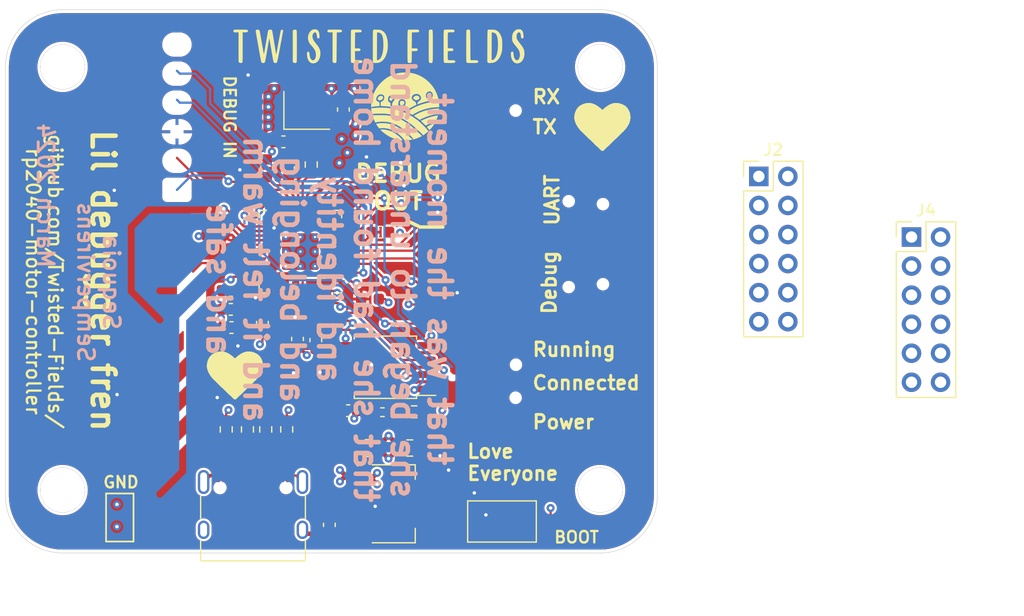
<source format=kicad_pcb>
(kicad_pcb (version 20221018) (generator pcbnew)
  (title_block (title "RP2040 Motor Controller") (date "2020-07-13") (rev "REV1") (company "Twisted Fields, LLC"))
  (layers (0 "F.Cu" signal) (1 "In1.Cu" signal) (2 "In2.Cu" signal) (31 "B.Cu" signal) (34 "B.Paste" user) (35 "F.Paste" user) (36 "B.SilkS" user "B.Silkscreen") (37 "F.SilkS" user "F.Silkscreen") (38 "B.Mask" user) (39 "F.Mask" user) (44 "Edge.Cuts" user))
  (net 0 "")
  (net 1 "GND")
  (net 2 "VBUS")
  (net 3 "+3V3")
  (net 4 "+1V1")
  (net 5 "/GPIO0")
  (net 6 "/GPIO1")
  (net 7 "/VDC_CS")
  (net 8 "/VDC_CLK")
  (net 9 "Net-(C6-Pad1)")
  (net 10 "M1C_PWM_H")
  (net 11 "M1C_PWM_L\\")
  (net 12 "M1B_PWM_H")
  (net 13 "M1B_PWM_L\\")
  (net 14 "M1A_PWM_H")
  (net 15 "M1A_PWM_L\\")
  (net 18 "unconnected-(U3-GPIO12-Pad15)")
  (net 20 "unconnected-(U3-GPIO14-Pad17)")
  (net 21 "Net-(J1-CC1)")
  (net 23 "SWCLK")
  (net 24 "SWD")
  (net 25 "/XIN")
  (net 26 "/USB_D-")
  (net 27 "/USB_D+")
  (net 28 "unconnected-(U3-GPIO15-Pad18)")
  (net 29 "unconnected-(U3-GPIO16-Pad27)")
  (net 31 "unconnected-(U3-GPIO18-Pad29)")
  (net 32 "/QSPI_SS")
  (net 33 "/~{USB_BOOT}")
  (net 34 "/XOUT")
  (net 35 "/USB_DP")
  (net 36 "/USB_DN")
  (net 37 "/QSPI_SD1")
  (net 38 "/QSPI_SD2")
  (net 39 "/QSPI_SD0")
  (net 40 "/QSPI_SCLK")
  (net 41 "/QSPI_SD3")
  (net 42 "unconnected-(U3-GPIO19-Pad30)")
  (net 43 "/ENC1_RX")
  (net 44 "/ENC1_CS")
  (net 45 "Net-(J1-CC2)")
  (net 46 "/ENC1_SCK")
  (net 48 "M1A_SENSE")
  (net 49 "M1C_SENSE")
  (net 50 "/GPIO23")
  (net 51 "/GPIO24")
  (net 52 "/GPIO25")
  (net 53 "VMOT")
  (net 54 "/M2A_P")
  (net 55 "/M2B_P")
  (net 56 "/TH_MOTOR1")
  (net 57 "+12V")
  (net 58 "M1B_SENSE")
  (net 59 "/TH1_SENSE")
  (net 60 "/M2C_P")
  (footprint "Capacitor_SMD:C_0603_1608Metric" (layer "F.Cu") (at 84.765 82.79 180)
    (fp_text reference "C12" hide)
    (fp_text value "1u")
  )
  (footprint "Capacitor_SMD:C_0603_1608Metric" (layer "F.Cu") (at 87.47 82.395 -90)
    (fp_text reference "C10" hide)
    (fp_text value "1u")
  )
  (footprint "Capacitor_SMD:C_0603_1608Metric" (layer "F.Cu") (at 97.775 74.45)
    (fp_text reference "C15" hide)
    (fp_text value "100n")
  )
  (footprint "Capacitor_SMD:C_0603_1608Metric" (layer "F.Cu") (at 94.975 90.06)
    (fp_text reference "C1" hide)
    (fp_text value "100n")
  )
  (footprint "Resistor_SMD:R_0402_1005Metric" (layer "F.Cu") (at 97.965 90.19)
    (fp_text reference "R2" hide)
    (fp_text value "DNS")
  )
  (footprint "Package_SO:SOIC-8_5.23x5.23mm_P1.27mm" (layer "F.Cu") (at 98.225 86.26 180)
    (fp_text reference "U1" hide)
    (fp_text value "W25Q16JVSSIQ")
  )
  (footprint "Capacitor_SMD:C_0603_1608Metric" (layer "F.Cu") (at 89.305 66.55 180)
    (fp_text reference "C6" hide)
    (fp_text value "20p")
  )
  (footprint "Resistor_SMD:R_0603_1608Metric" (layer "F.Cu") (at 100.735 90.16)
    (fp_text reference "R1" hide)
    (fp_text value "1.1k")
  )
  (footprint "Capacitor_SMD:C_0603_1608Metric" (layer "F.Cu") (at 90.54 83.785 -90)
    (fp_text reference "C11" hide)
    (fp_text value "100n")
  )
  (footprint "Capacitor_SMD:C_0603_1608Metric" (layer "F.Cu") (at 83.355 74.7 180)
    (fp_text reference "C14" hide)
    (fp_text value "100n")
  )
  (footprint "Capacitor_SMD:C_0603_1608Metric" (layer "F.Cu") (at 89.759 68.865 90)
    (fp_text reference "C16" hide)
    (fp_text value "100n")
  )
  (footprint "Resistor_SMD:R_0603_1608Metric" (layer "F.Cu") (at 87.762 91.697 90)
    (fp_text reference "R6" hide)
    (fp_text value "27")
  )
  (footprint "Capacitor_SMD:C_0603_1608Metric" (layer "F.Cu") (at 87.84 68.865 90)
    (fp_text reference "C9" hide)
    (fp_text value "100n")
  )
  (footprint "Capacitor_SMD:C_0603_1608Metric" (layer "F.Cu") (at 96.875 80.3)
    (fp_text reference "C13" hide)
    (fp_text value "100n")
  )
  (footprint "Capacitor_SMD:C_0603_1608Metric" (layer "F.Cu") (at 84.705 81.2 180)
    (fp_text reference "C18" hide)
    (fp_text value "100n")
  )
  (footprint "RP2040_minimal:RP2040-QFN-56" (layer "F.Cu") (at 90.79 76.15 180)
    (fp_text reference "U3" hide)
    (fp_text value "RP2040")
  )
  (footprint "Capacitor_SMD:C_0603_1608Metric" (layer "F.Cu") (at 94.55 63.725 90)
    (fp_text reference "C5" hide)
    (fp_text value "20p")
  )
  (footprint "Resistor_SMD:R_0603_1608Metric" (layer "F.Cu") (at 86.162 91.697 90)
    (fp_text reference "R7" hide)
    (fp_text value "27")
  )
  (footprint "Capacitor_SMD:C_0603_1608Metric" (layer "F.Cu") (at 92.14 83.885 -90)
    (fp_text reference "C8" hide)
    (fp_text value "100n")
  )
  (footprint "Capacitor_SMD:C_0603_1608Metric" (layer "F.Cu") (at 84.705 79.55 180)
    (fp_text reference "C17" hide)
    (fp_text value "100n")
  )
  (footprint "Resistor_SMD:R_0603_1608Metric" (layer "F.Cu") (at 91.74 68.535 90)
    (fp_text reference "R5" hide)
    (fp_text value "1.1k")
  )
  (footprint "Capacitor_SMD:C_0805_2012Metric" (layer "F.Cu") (at 100.352 93.321 180)
    (fp_text reference "C7" hide)
    (fp_text value "10u")
  )
  (footprint "parts:SW_TS_1101_C_W" (layer "F.Cu") (at 108.417193 99.747487 180)
    (fp_text reference "SW1" hide)
    (fp_text value "SW_MEC_5G")
  )
  (footprint "Connector_PinHeader_2.54mm:PinHeader_2x06_P2.54mm_Vertical" (layer "F.Cu") (at 144.225 74.875)
    (fp_text reference "J4")
    (fp_text value "Conn_02x06_Odd_Even")
  )
  (footprint "Resistor_SMD:R_0603_1608Metric" (layer "F.Cu") (at 84.306 91.697 -90)
    (fp_text reference "R3" hide)
    (fp_text value "5.1k")
  )
  (footprint "Capacitor_SMD:C_0805_2012Metric" (layer "F.Cu") (at 96.725 93.325)
    (fp_text reference "C20" hide)
    (fp_text value "10u")
  )
  (footprint "Capacitor_SMD:C_0603_1608Metric" (layer "F.Cu") (at 93.325 100.045 -90)
    (fp_text reference "C19" hide)
    (fp_text value "1u")
  )
  (footprint "Resistor_SMD:R_0603_1608Metric" (layer "F.Cu") (at 89.596 91.697 90)
    (fp_text reference "R4" hide)
    (fp_text value "5.1k")
  )
  (footprint "RP2040_minimal:MountingHole_3.9mm_Plastite_#6" (layer "F.Cu") (at 70 97)
    (fp_text reference "H3" hide)
    (fp_text value "MountingHole")
  )
  (footprint "taylor_footprints:twisted_2" (layer "F.Cu") (at 94.672373 58.197147)
    (fp_text reference "G***" hide)
    (fp_text value "LOGO" hide)
  )
  (footprint "RP2040_minimal:MountingHole_3.9mm_Plastite_#6" (layer "F.Cu") (at 117 97)
    (fp_text reference "H4" hide)
    (fp_text value "MountingHole")
  )
  (footprint "RP2040_minimal:MountingHole_3.9mm_Plastite_#6" (layer "F.Cu") (at 70 60)
    (fp_text reference "H2" hide)
    (fp_text value "MountingHole")
  )
  (footprint "Connector_PinHeader_2.54mm:PinHeader_2x06_P2.54mm_Vertical" (layer "F.Cu") (at 130.875 69.575)
    (fp_text reference "J2")
    (fp_text value "Conn_02x06_Odd_Even")
  )
  (footprint "Package_TO_SOT_SMD:SOT-223-3_TabPin2" (layer "F.Cu") (at 98.925 98.2)
    (fp_text reference "U4" hide)
    (fp_text value "TLV1117LV33DCYR")
  )
  (footprint "taylor_footprints:twisted" (layer "F.Cu") (at 91.703714 58.2)
    (fp_text reference "G***" hide)
    (fp_text value "LOGO" hide)
  )
  (footprint "taylor_footprints:twisted_icon" (layer "F.Cu") (at 100.147302 63.469764)
    (fp_text reference "G***" hide)
    (fp_text value "LOGO" hide)
  )
  (footprint "Crystal:Crystal_SMD_3225-4Pin_3.2x2.5mm" (layer "F.Cu") (at 91.35 63.8)
    (fp_text reference "Y1" hide)
    (fp_text value "Crystal_GND24")
  )
  (footprint "RP2040_minimal:MountingHole_3.9mm_Plastite_#6" (layer "F.Cu") (at 117 60)
    (fp_text reference "H1" hide)
    (fp_text value "MountingHole")
  )
  (footprint "TestPoint:TestPoint_Keystone_5019_Minature" (layer "F.Cu") (at 75 99.4 90)
    (fp_text reference "TP1" hide)
    (fp_text value "TestPoint")
  )
  (footprint "Connector_USB:USB_C_Receptacle_XKB_U262-16XN-4BVC11" (layer "F.Cu") (at 86.65 99.4)
    (fp_text reference "J1" hide)
    (fp_text value "USB_C_Receptacle_USB2.0")
  )
  (gr_line (start 100 73) (end 100.25 73.5) (stroke (width 0.3)) (layer "F.SilkS"))
  (gr_line (start 100.25 73.5) (end 101.25 74) (stroke (width 0.3)) (layer "F.SilkS"))
  (gr_line (start 101.25 74) (end 103.25 74) (stroke (width 0.3)) (layer "F.SilkS"))
  (gr_arc (start 65 60) (mid 66.464466 56.464466) (end 70 55) (stroke (width 0.05)) (layer "Edge.Cuts"))
  (gr_line (start 65 97.5) (end 65 60) (stroke (width 0.05)) (layer "Edge.Cuts"))
  (gr_line (start 122 60) (end 122 97.5) (stroke (width 0.05)) (layer "Edge.Cuts"))
  (gr_arc (start 70 102.5) (mid 66.464466 101.035534) (end 65 97.5) (stroke (width 0.05)) (layer "Edge.Cuts"))
  (gr_arc (start 117 55) (mid 120.535534 56.464466) (end 122 60) (stroke (width 0.05)) (layer "Edge.Cuts"))
  (gr_line (start 117 55) (end 70 55) (stroke (width 0.05)) (layer "Edge.Cuts"))
  (gr_line (start 117 102.5) (end 70 102.5) (stroke (width 0.05)) (layer "Edge.Cuts"))
  (gr_arc (start 122 97.5) (mid 120.535534 101.035534) (end 117 102.5) (stroke (width 0.05)) (layer "Edge.Cuts"))
  (gr_text "Sequoia\nSempervirens" (at 73.15 78.82 270) (layer "B.SilkS") (effects (font (size 1.4 1.4) (thickness 0.25) bold) (justify mirror)))
  (gr_text "March 2024" (at 68.5 71.25 270) (layer "B.SilkS") (effects (font (size 1.4 1.4) (thickness 0.25) bold) (justify mirror)))
  (gr_text "that was the moment\nshe began to understand\nthat she had found home\nand identity\nand belonging\nand it felt warm\nand safe" (at 93.32 78.57 270) (layer "B.SilkS") (effects (font (size 2 2) (thickness 0.4)) (justify mirror)))
  (gr_text "GND" (at 73.45 96.9) (layer "F.SilkS") (effects (font (size 1 1) (thickness 0.2) bold) (justify left bottom)))
  (gr_text "RX" (at 110.96 63.32) (layer "F.SilkS") (effects (font (size 1.2 1.2) (thickness 0.25) bold) (justify left bottom)))
  (gr_text "Love\nEveryone" (at 105.25 96.25) (layer "F.SilkS") (effects (font (size 1.2 1.2) (thickness 0.25) bold) (justify left bottom)))
  (gr_text "DEBUG\nOUT" (at 99.34 70.53) (layer "F.SilkS") (effects (font (size 1.5 1.5) (thickness 0.3))))
  (gr_text "Running" (at 110.96 85.41) (layer "F.SilkS") (effects (font (size 1.2 1.2) (thickness 0.25) bold) (justify left bottom)))
  (gr_text "Debug" (at 113.25 81.75 90) (layer "F.SilkS") (effects (font (size 1.2 1.2) (thickness 0.25) bold) (justify left bottom)))
  (gr_text "Power" (at 110.96 91.75) (layer "F.SilkS") (effects (font (size 1.2 1.2) (thickness 0.25) bold) (justify left bottom)))
  (gr_text "UART" (at 113.5 74 90) (layer "F.SilkS") (effects (font (size 1.2 1.2) (thickness 0.25) bold) (justify left bottom)))
  (gr_text "Lil debugger fren" (at 73.54 78.68 270) (layer "F.SilkS") (effects (font (size 2 2) (thickness 0.4))))
  (gr_text "Connected" (at 110.96 88.33) (layer "F.SilkS") (effects (font (size 1.2 1.2) (thickness 0.25) bold) (justify left bottom)))
  (gr_text "github.com/Twisted-Fields/\nrp2040-motor-controller" (at 68.39 78.76 270) (layer "F.SilkS") (effects (font (size 1.2 1.2) (thickness 0.2))))
  (gr_text "TX" (at 110.96 65.95) (layer "F.SilkS") (effects (font (size 1.2 1.2) (thickness 0.25) bold) (justify left bottom)))
  (gr_text "DEBUG IN" (at 84.6 64.4 270) (layer "F.SilkS") (effects (font (size 1 1) (thickness 0.2))))
  (gr_text "BOOT" (at 114.94 101.125) (layer "F.SilkS") (effects (font (size 1 1) (thickness 0.2))))
  (segment (start 95.75 90.06) (end 95.75 90.5) (width 0.2) (layer "F.Cu") (net 1))
  (segment (start 98.2 80.3) (end 98.5 80.6) (width 0.2) (layer "F.Cu") (net 1))
  (segment (start 82.895 95.73) (end 82.33 96.295) (width 0.3) (layer "F.Cu") (net 1))
  (segment (start 81.8995 74.844989) (end 82.435011 74.844989) (width 0.2) (layer "F.Cu") (net 1))
  (segment (start 112.67 98.57) (end 112.67 99.12) (width 0.2) (layer "F.Cu") (net 1))
  (segment (start 88.3 67.63) (end 87.84 68.09) (width 0.2) (layer "F.Cu") (net 1))
  (segment (start 95.775 95.9) (end 96.9 95.9) (width 0.4) (layer "F.Cu") (net 1))
  (segment (start 83.93 80.27) (end 83.85 80.35) (width 0.3) (layer "F.Cu") (net 1))
  (segment (start 83.85 82.65) (end 83.99 82.79) (width 0.3) (layer "F.Cu") (net 1))
  (segment (start 90.54 84.56) (end 90.71 84.56) (width 0.3) (layer "F.Cu") (net 1))
  (segment (start 83.85 82.1) (end 83.85 81.95) (width 0.3) (layer "F.Cu") (net 1))
  (segment (start 82.435011 74.844989) (end 82.58 74.7) (width 0.2) (layer "F.Cu") (net 1))
  (segment (start 95.75 90.5) (end 95.5 90.75) (width 0.2) (layer "F.Cu") (net 1))
  (segment (start 97.675 93.325) (end 97.675 93.425) (width 0.4) (layer "F.Cu") (net 1))
  (segment (start 83.85 79.63) (end 83.93 79.55) (width 0.3) (layer "F.Cu") (net 1))
  (segment (start 93.325 100.82) (end 91.315 100.82) (width 0.4) (layer "F.Cu") (net 1))
  (segment (start 88.3 67.4) (end 88.3 67.63) (width 0.2) (layer "F.Cu") (net 1))
  (segment (start 84.5 90) (end 84.306 90.194) (width 0.2) (layer "F.Cu") (net 1))
  (segment (start 99.4145 93.321) (end 99.4145 93.1645) (width 0.4) (layer "F.Cu") (net 1))
  (segment (start 89 68.25) (end 89.14 68.39) (width 0.2) (layer "F.Cu") (net 1))
  (segment (start 97.1 95.9) (end 97.5 95.5) (width 0.4) (layer "F.Cu") (net 1))
  (segment (start 97.675 93.325) (end 97.675 93.075) (width 0.4) (layer "F.Cu") (net 1))
  (segment (start 90.71 84.56) (end 91.35 85.2) (width 0.3) (layer "F.Cu") (net 1))
  (segment (start 89.14 68.39) (end 89.759 68.39) (width 0.2) (layer "F.Cu") (net 1))
  (segment (start 75 99.95) (end 74.75 100.2) (width 0.2) (layer "F.Cu") (net 1))
  (segment (start 89.7 95.73) (end 90.405 95.73) (width 0.2) (layer "F.Cu") (net 1))
  (segment (start 89 68.25) (end 88.94 68.19) (width 0.2) (layer "F.Cu") (net 1))
  (segment (start 82.6495 74.844989) (end 82.649511 74.845) (width 0.2) (layer "F.Cu") (net 1))
  (segment (start 88.3 66.78) (end 88.53 66.55) (width 0.2) (layer "F.Cu") (net 1))
  (segment (start 97.65 80.3) (end 98.2 80.3) (width 0.2) (layer "F.Cu") (net 1))
  (segment (start 81.8995 74.844989) (end 81.8995 74.8005) (width 0.2) (layer "F.Cu") (net 1))
  (segment (start 83.93 80.43) (end 83.85 80.35) (width 0.3) (layer "F.Cu") (net 1))
  (segment (start 81.8995 74.8005) (end 81.9 74.8) (width 0.2) (layer "F.Cu") (net 1))
  (segment (start 84.306 90.194) (end 84.306 90.949) (width 0.2) (layer "F.Cu") (net 1))
  (segment (start 97.675 93.075) (end 98.5 92.25) (width 0.4) (layer "F.Cu") (net 1))
  (segment (start 83.85 80.35) (end 83.85 79.63) (width 0.3) (layer "F.Cu") (net 1))
  (segment (start 98.8 74.7) (end 98.55 74.45) (width 0.2) (layer "F.Cu") (net 1))
  (segment (start 83.93 81.2) (end 83.93 80.43) (width 0.3) (layer "F.Cu") (net 1))
  (segment (start 83.85 82.1) (end 83.85 82.65) (width 0.3) (layer "F.Cu") (net 1))
  (segment (start 93.7 68.35) (end 93.7 69.5855) (width 0.2) (layer "F.Cu") (net 1))
  (segment (start 91.315 100.82) (end 90.97 100.475) (width 0.4) (layer "F.Cu") (net 1))
  (segment (start 94.9 95.9) (end 94.25 95.25) (width 0.4) (layer "F.Cu") (net 1))
  (segment (start 94.6 95.9) (end 94.25 96.25) (width 0.4) (layer "F.Cu") (net 1))
  (segment (start 97.675 93.425) (end 98.5 94.25) (width 0.4) (layer "F.Cu") (net 1))
  (segment (start 99.55 74.7) (end 98.8 74.7) (width 0.2) (layer "F.Cu") (net 1))
  (segment (start 87.47 84.03) (end 87.25 84.25) (width 0.2) (layer "F.Cu") (net 1))
  (segment (start 75 99.4) (end 75 99.95) (width 0.2) (layer "F.Cu") (net 1))
  (segment (start 98 80.3) (end 97.65 80.3) (width 0.2) (layer "F.Cu") (net 1))
  (segment (start 87.47 83.17) (end 87.47 84.03) (width 0.2) (layer "F.Cu") (net 1))
  (segment (start 99.4145 93.1645) (end 98.5 92.25) (width 0.4) (layer "F.Cu") (net 1))
  (segment (start 99.55 74.55) (end 99.5 74.5) (width 0.2) (layer "F.Cu") (net 1))
  (segment (start 92.2 84.6) (end 92.24 84.56) (width 0.3) (layer "F.Cu") (net 1))
  (segment (start 112.67 99.12) (end 112.12 99.67) (width 0.2) (layer "F.Cu") (net 1))
  (segment (start 95.775 95.9) (end 94.9 95.9) (width 0.4) (layer "F.Cu") (net 1))
  (segment (start 99.55 74.7) (end 99.55 74.55) (width 0.2) (layer "F.Cu") (net 1))
  (segment (start 83.93 79.55) (end 83.93 80.27) (width 0.3) (layer "F.Cu") (net 1))
  (segment (start 95.775 95.9) (end 97.1 95.9) (width 0.4) (layer "F.Cu") (net 1))
  (segment (start 101.825 84.355) (end 101.825 83.925) (width 0.2) (layer "F.Cu") (net 1))
  (segment (start 83.93 81.87) (end 83.85 81.95) (width 0.3) (layer "F.Cu") (net 1))
  (segment (start 99.4145 93.321) (end 99.4145 93.3355) (width 0.4) (layer "F.Cu") (net 1))
  (segment (start 91.45 84.6) (end 92.2 84.6) (width 0.3) (layer "F.Cu") (net 1))
  (segment (start 90.58 84.6) (end 90.54 84.56) (width 0.3) (layer "F.Cu") (net 1))
  (segment (start 89.75 90) (end 89.596 90.154) (width 0.2) (layer "F.Cu") (net 1))
  (segment (start 83.93 81.2) (end 83.93 81.87) (width 0.3) (layer "F.Cu") (net 1))
  (segment (start 91.79 71.4955) (end 91.79 72.7125) (width 0.2) (layer "F.Cu") (net 1))
  (segment (start 96.9 95.9) (end 97.5 96.5) (width 0.4) (layer "F.Cu") (net 1))
  (segment (start 90.405 95.73) (end 90.97 96.295) (width 0.2) (layer "F.Cu") (net 1))
  (segment (start 99.4145 93.3355) (end 98.5 94.25) (width 0.4) (layer "F.Cu") (net 1))
  (segment (start 88.94 68.19) (end 88.14 68.19) (width 0.2) (layer "F.Cu") (net 1))
  (segment (start 101.825 83.925) (end 102.25 83.5) (width 0.2) (layer "F.Cu") (net 1))
  (segment (start 83.3 95.73) (end 82.895 95.73) (width 0.3) (layer "F.Cu") (net 1))
  (segment (start 89.596 90.154) (end 89.596 90.872) (width 0.2) (layer "F.Cu") (net 1))
  (segment (start 91.45 84.6) (end 90.58 84.6) (width 0.3) (layer "F.Cu") (net 1))
  (segment (start 93.7 69.5855) (end 91.79 71.4955) (width 0.2) (layer "F.Cu") (net 1))
  (segment (start 88.3 67.4) (end 88.3 66.78) (width 0.2) (layer "F.Cu") (net 1))
  (segment (start 95.775 95.9) (end 94.6 95.9) (width 0.4) (layer "F.Cu") (net 1))
  (via (at 87.25 84.25) (size 0.7) (drill 0.3) (layers "F.Cu" "B.Cu") (net 1))
  (via (at 112.67 98.57) (size 0.7) (drill 0.3) (layers "F.Cu" "B.Cu") (net 1))
  (via (at 98.5 94.25) (size 0.7) (drill 0.3) (layers "F.Cu" "B.Cu") (net 1))
  (via (at 94.4 66.3) (size 0.7) (drill 0.3) (layers "F.Cu" "B.Cu") (net 1))
  (via (at 84.5 90) (size 0.7) (drill 0.3) (layers "F.Cu" "B.Cu") (net 1))
  (via (at 97.5 95.5) (size 0.7) (drill 0.3) (layers "F.Cu" "B.Cu") (net 1))
  (via (at 95.5 90.75) (size 0.7) (drill 0.3) (layers "F.Cu" "B.Cu") (net 1))
  (via (at 98.5 92.25) (size 0.7) (drill 0.3) (layers "F.Cu" "B.Cu") (net 1))
  (via (at 81.9 74.8) (size 0.7) (drill 0.3) (layers "F.Cu" "B.Cu") (net 1))
  (via (at 88 62.6) (size 0.7) (drill 0.3) (layers "F.Cu" "B.Cu") (net 1))
  (via (at 94.9 67.5) (size 0.7) (drill 0.3) (layers "F.Cu" "B.Cu") (net 1))
  (via (at 95.5 61.9) (size 0.7) (drill 0.3) (layers "F.Cu" "B.Cu") (net 1))
  (via (at 74.75 98.25) (size 0.7) (drill 0.3) (layers "F.Cu" "B.Cu") (net 1))
  (via (at 88.3 67.4) (size 0.7) (drill 0.3) (layers "F.Cu" "B.Cu") (net 1))
  (via (at 102.25 83.5) (size 0.7) (drill 0.3) (layers "F.Cu" "B.Cu") (net 1))
  (via (at 91.35 85.2) (size 0.7) (drill 0.3) (layers "F.Cu" "B.Cu") (net 1))
  (via (at 88.5 61.9) (size 0.7) (drill 0.3) (layers "F.Cu" "B.Cu") (net 1))
  (via (at 74.75 100.2) (size 0.7) (drill 0.3) (layers "F.Cu" "B.Cu") (net 1))
  (via (at 88 63.5) (size 0.7) (drill 0.3) (layers "F.Cu" "B.Cu") (net 1))
  (via (at 98.5 80.6) (size 0.7) (drill 0.3) (layers "F.Cu" "B.Cu") (net 1))
  (via (at 95.6 65) (size 0.7) (drill 0.3) (layers "F.Cu" "B.Cu") (net 1))
  (via (at 94.2 68.4) (size 0.7) (drill 0.3) (layers "F.Cu" "B.Cu") (net 1))
  (via (at 83.85 81.95) (size 0.7) (drill 0.3) (layers "F.Cu" "B.Cu") (net 1))
  (via (at 97.5 96.5) (size 0.7) (drill 0.3) (layers "F.Cu" "B.Cu") (net 1))
  (via (at 93.5 61.9) (size 0.7) (drill 0.3) (layers "F.Cu" "B.Cu") (net 1))
  (via (at 94.25 95.25) (size 0.7) (drill 0.3) (layers "F.Cu" "B.Cu") (net 1))
  (via (at 99.5 74.5) (size 0.7) (drill 0.3) (layers "F.Cu" "B.Cu") (net 1))
  (via (at 88 64.4) (size 0.7) (drill 0.3) (layers "F.Cu" "B.Cu") (net 1))
  (via (at 88 65.2) (size 0.7) (drill 0.3) (layers "F.Cu" "B.Cu") (net 1))
  (via (at 95.6 66) (size 0.7) (drill 0.3) (layers "F.Cu" "B.Cu") (net 1))
  (via (at 94.25 96.25) (size 0.7) (drill 0.3) (layers "F.Cu" "B.Cu") (net 1))
  (via (at 83.85 80.35) (size 0.7) (drill 0.3) (layers "F.Cu" "B.Cu") (net 1))
  (via (at 89.75 90) (size 0.7) (drill 0.3) (layers "F.Cu" "B.Cu") (net 1))
  (segment (start 92.751 98.696) (end 93.325 99.27) (width 0.6) (layer "F.Cu") (net 2))
  (segment (start 93.9075 99.27) (end 95.1375 100.5) (width 0.6) (layer "F.Cu") (net 2))
  (segment (start 89.2 96.1) (end 89.2 95.73) (width 0.2) (layer "F.Cu") (net 2))
  (segment (start 89.446 98.696) (end 92.751 98.696) (width 0.6) (layer "F.Cu") (net 2))
  (segment (start 88.025 97.275) (end 89.2 96.1) (width 0.2) (layer "F.Cu") (net 2))
  (segment (start 89.446 98.696) (end 88.025 97.275) (width 0.6) (layer "F.Cu") (net 2))
  (segment (start 84.1 96.155) (end 85.595 97.65) (width 0.2) (layer "F.Cu") (net 2))
  (segment (start 93.325 99.27) (end 93.9075 99.27) (width 0.6) (layer "F.Cu") (net 2))
  (segment (start 87.65 97.65) (end 88.025 97.275) (width 0.2) (layer "F.Cu") (net 2))
  (segment (start 84.1 95.73) (end 84.1 96.155) (width 0.2) (layer "F.Cu") (net 2))
  (segment (start 85.595 97.65) (end 87.65 97.65) (width 0.2) (layer "F.Cu") (net 2))
  (segment (start 95.1375 100.5) (end 95.775 100.5) (width 0.6) (layer "F.Cu") (net 2))
  (segment (start 90.390489 80.951679) (end 90.439999 80.902169) (width 0.2) (layer "F.Cu") (net 3))
  (segment (start 90.59 73.35) (end 90.79 73.55) (width 0.2) (layer "F.Cu") (net 3))
  (segment (start 88.19 79.5875) (end 88.19 78.75) (width 0.2) (layer "F.Cu") (net 3))
  (segment (start 90.325099 81.513723) (end 90.390489 81.448333) (width 0.2) (layer "F.Cu") (net 3))
  (segment (start 90.390489 81.448333) (end 90.390489 80.951679) (width 0.2) (layer "F.Cu") (net 3))
  (segment (start 90.59 72.7125) (end 90.59 70.44) (width 0.2) (layer "F.Cu") (net 3))
  (segment (start 86 71.7) (end 86.15 71.55) (width 0.2) (layer "F.Cu") (net 3))
  (segment (start 84.58 75.15) (end 84.13 74.7) (width 0.2) (layer "F.Cu") (net 3))
  (segment (start 95.179511 79.749511) (end 94.2275 78.7975) (width 0.2) (layer "F.Cu") (net 3))
  (segment (start 95.549511 79.749511) (end 95.179511 79.749511) (width 0.2) (layer "F.Cu") (net 3))
  (segment (start 88.59 79.5875) (end 88.59 78.95) (width 0.2) (layer "F.Cu") (net 3))
  (segment (start 96.1 80.3) (end 95.549511 79.749511) (width 0.2) (layer "F.Cu") (net 3))
  (segment (start 86.15 71.55) (end 88.71 71.55) (width 0.2) (layer "F.Cu") (net 3))
  (segment (start 94.2275 78.75) (end 93.39 78.75) (width 0.2) (layer "F.Cu") (net 3))
  (segment (start 88.71 71.55) (end 88.99 71.83) (width 0.2) (layer "F.Cu") (net 3))
  (segment (start 90.59 70.44) (end 90.09 69.94) (width 0.2) (layer "F.Cu") (net 3))
  (segment (start 88.99 71.83) (end 88.99 72.7125) (width 0.2) (layer "F.Cu") (net 3))
  (segment (start 90.19 79.5875) (end 90.19 80.350002) (width 0.2) (layer "F.Cu") (net 3))
  (segment (start 90.59 80.45) (end 90.59 79.5875) (width 0.2) (layer "F.Cu") (net 3))
  (segment (start 97.5 74.45) (end 97.5 74.5) (width 0.2) (layer "F.Cu") (net 3))
  (segment (start 88.59 78.95) (end 88.39 78.75) (width 0.2) (layer "F.Cu") (net 3))
  (segment (start 88.99 72.7125) (end 88.99 73.99) (width 0.2) (layer "F.Cu") (net 3))
  (segment (start 90.59 72.7125) (end 90.59 73.35) (width 0.2) (layer "F.Cu") (net 3))
  (segment (start 90.439999 80.902169) (end 90.439999 80.600001) (width 0.2) (layer "F.Cu") (net 3))
  (segment (start 94.2275 75.15) (end 96.5 75.15) (width 0.2) (layer "F.Cu") (net 3))
  (segment (start 96.5 75.15) (end 97.2 74.45) (width 0.2) (layer "F.Cu") (net 3))
  (segment (start 89.009 68.89) (end 86.72 68.89) (width 0.2) (layer "F.Cu") (net 3))
  (segment (start 90.19 80.350002) (end 90.439999 80.600001) (width 0.2) (layer "F.Cu") (net 3))
  (segment (start 87.3525 78.75) (end 88.19 78.75) (width 0.2) (layer "F.Cu") (net 3))
  (segment (start 94.2275 78.7975) (end 94.2275 78.75) (width 0.2) (layer "F.Cu") (net 3))
  (segment (start 97.2 74.45) (end 97.5 74.45) (width 0.2) (layer "F.Cu") (net 3))
  (segment (start 86.72 68.89) (end 86.51 68.68) (width 0.2) (layer "F.Cu") (net 3))
  (segment (start 89.759 69.64) (end 89.009 68.89) (width 0.2) (layer "F.Cu") (net 3))
  (segment (start 90.439999 80.600001) (end 90.59 80.45) (width 0.2) (layer "F.Cu") (net 3))
  (segment (start 90.439999 81.9949) (end 90.325099 81.88) (width 0.2) (layer "F.Cu") (net 3))
  (segment (start 90.439999 82.037465) (end 90.439999 81.9949) (width 0.2) (layer "F.Cu") (net 3))
  (segment (start 88.59 79.5875) (end 88.59 80.05) (width 0.2) (layer "F.Cu") (net 3))
  (segment (start 87.3525 75.15) (end 84.58 75.15) (width 0.2) (layer "F.Cu") (net 3))
  (segment (start 94.2275 75.15) (end 93.39 75.15) (width 0.2) (layer "F.Cu") (net 3))
  (segment (start 90.325099 81.88) (end 90.325099 81.513723) (width 0.2) (layer "F.Cu") (net 3))
  (segment (start 90.09 69.94) (end 89.759 69.94) (width 0.2) (layer "F.Cu") (net 3))
  (segment (start 90.54 83.01) (end 90.61 83.01) (width 0.2) (layer "F.Cu") (net 3))
  (segment (start 87.3525 75.15) (end 88.19 75.15) (width 0.2) (layer "F.Cu") (net 3))
  (via (at 103.75 95.25) (size 0.7) (drill 0.3) (layers "F.Cu" "B.Cu") (net 3))
  (via (at 103 94) (size 0.7) (drill 0.3) (layers "F.Cu" "B.Cu") (net 3))
  (via (at 86.87 80.18) (size 0.7) (drill 0.3) (layers "F.Cu" "B.Cu") (net 3))
  (via (at 83.52 88.91) (size 0.7) (drill 0.3) (layers "F.Cu" "B.Cu") (net 3))
  (via (at 74.76 88.65) (size 0.7) (drill 0.3) (layers "F.Cu" "B.Cu") (net 3))
  (via (at 107.01 99.17) (size 0.7) (drill 0.3) (layers "F.Cu" "B.Cu") (net 3))
  (via (at 90.19 86.75) (size 0.7) (drill 0.3) (layers "F.Cu" "B.Cu") (net 3))
  (via (at 92.5 86.7) (size 0.7) (drill 0.3) (layers "F.Cu" "B.Cu") (net 3))
  (via (at 106 97.25) (size 0.7) (drill 0.3) (layers "F.Cu" "B.Cu") (net 3))
  (via (at 97.33 98.42) (size 0.7) (drill 0.3) (layers "F.Cu" "B.Cu") (net 3))
  (via (at 88.49 74.08) (size 0.7) (drill 0.3) (layers "F.Cu" "B.Cu") (net 3))
  (via (at 74.52 70.79) (size 0.7) (drill 0.3) (layers "F.Cu" "B.Cu") (net 3))
  (via (at 104.5 79.75) (size 0.7) (drill 0.3) (layers "F.Cu" "B.Cu") (net 3))
  (via (at 86.22 60.71) (size 0.7) (drill 0.3) (layers "F.Cu" "B.Cu") (net 3))
  (via (at 85.5 69) (size 0.7) (drill 0.3) (layers "F.Cu" "B.Cu") (net 3))
  (via (at 85.33 84.4) (size 0.7) (drill 0.3) (layers "F.Cu" "B.Cu") (net 3))
  (via (at 96.57 67.87) (size 0.7) (drill 0.3) (layers "F.Cu" "B.Cu") (net 3))
  (via (at 102.8 72.71) (size 0.7) (drill 0.3) (layers "F.Cu" "B.Cu") (net 3))
  (via (at 90.325099 81.88) (size 0.7) (drill 0.3) (layers "F.Cu" "B.Cu") (net 3))
  (via (at 99.57 68.37) (size 0.7) (drill 0.3) (layers "F.Cu" "B.Cu") (net 3))
  (via (at 99.85 70.39) (size 0.7) (drill 0.3) (layers "F.Cu" "B.Cu") (net 3))
  (via (at 97.01 86.04) (size 0.7) (drill 0.3) (layers "F.Cu" "B.Cu") (net 3))
  (segment (start 88.55 70.35) (end 87.84 69.64) (width 0.2) (layer "F.Cu") (net 4))
  (segment (start 88.99 79.5875) (end 88.99 78.75) (width 0.2) (layer "F.Cu") (net 4))
  (segment (start 89.47 70.545) (end 89.47 70.53) (width 0.2) (layer "F.Cu") (net 4))
  (segment (start 91.86 83.01) (end 92.24 83.01) (width 0.2) (layer "F.Cu") (net 4))
  (segment (start 87.47 81.55) (end 87.47 81.62) (width 0.2) (layer "F.Cu") (net 4))
  (segment (start 92.14 82.52) (end 92.14 83.11) (width 0.2) (layer "F.Cu") (net 4))
  (segment (start 90.99 79.5875) (end 90.99 78.29) (width 0.2) (layer "F.Cu") (net 4))
  (segment (start 89.47 70.53) (end 89.29 70.35) (width 0.2) (layer "F.Cu") (net 4))
  (segment (start 90.19 72.7125) (end 90.19 74.04) (width 0.2) (layer "F.Cu") (net 4))
  (segment (start 88.755685 80.45) (end 88.57 80.45) (width 0.2) (layer "F.Cu") (net 4))
  (segment (start 90.19 71.265) (end 89.47 70.545) (width 0.2) (layer "F.Cu") (net 4))
  (segment (start 88.99 80.215685) (end 88.755685 80.45) (width 0.2) (layer "F.Cu") (net 4))
  (segment (start 88.99 79.5875) (end 88.99 80.215685) (width 0.2) (layer "F.Cu") (net 4))
  (segment (start 89.29 70.35) (end 88.55 70.35) (width 0.2) (layer "F.Cu") (net 4))
  (segment (start 90.99 81.37) (end 92.14 82.52) (width 0.2) (layer "F.Cu") (net 4))
  (segment (start 90.19 72.7125) (end 90.19 71.265) (width 0.2) (layer "F.Cu") (net 4))
  (segment (start 88.57 80.45) (end 87.47 81.55) (width 0.2) (layer "F.Cu") (net 4))
  (segment (start 90.99 78.29) (end 90.9 78.2) (width 0.2) (layer "F.Cu") (net 4))
  (segment (start 90.99 79.5875) (end 90.99 81.37) (width 0.2) (layer "F.Cu") (net 4))
  (segment (start 95.3 78.8) (end 94.85 78.35) (width 0.2) (layer "F.Cu") (net 5))
  (segment (start 94.85 78.35) (end 94.2275 78.35) (width 0.2) (layer "F.Cu") (net 5))
  (segment (start 95.6 78.8) (end 95.7 78.9) (width 0.2) (layer "F.Cu") (net 5))
  (segment (start 95.3 78.8) (end 95.6 78.8) (width 0.2) (layer "F.Cu") (net 5))
  (via (at 95.7 78.9) (size 0.7) (drill 0.3) (layers "F.Cu" "B.Cu") (net 5))
  (segment (start 96.95 72.05) (end 94.9 70) (width 0.2) (layer "B.Cu") (net 5))
  (segment (start 96.95 78.65) (end 96.95 72.05) (width 0.2) (layer "B.Cu") (net 5))
  (segment (start 96.7 78.9) (end 96.95 78.65) (width 0.2) (layer "B.Cu") (net 5))
  (segment (start 80.25 60.59) (end 80 60.34) (width 0.2) (layer "B.Cu") (net 5))
  (segment (start 82.9 61.9) (end 81.59 60.59) (width 0.2) (layer "B.Cu") (net 5))
  (segment (start 89.7 70) (end 82.9 63.2) (width 0.2) (layer "B.Cu") (net 5))
  (segment (start 95.7 78.9) (end 96.7 78.9) (width 0.2) (layer "B.Cu") (net 5))
  (segment (start 94.9 70) (end 89.7 70) (width 0.2) (layer "B.Cu") (net 5))
  (segment (start 81.59 60.59) (end 80.25 60.59) (width 0.2) (layer "B.Cu") (net 5))
  (segment (start 82.9 63.2) (end 82.9 61.9) (width 0.2) (layer "B.Cu") (net 5))
  (segment (start 95.701089 77.998911) (end 95.702178 78) (width 0.2) (layer "F.Cu") (net 6))
  (segment (start 95.3 77.95) (end 94.2275 77.95) (width 0.2) (layer "F.Cu") (net 6))
  (segment (start 95.702178 78) (end 96.3 78) (width 0.2) (layer "F.Cu") (net 6))
  (segment (start 95.348911 77.998911) (end 95.3 77.95) (width 0.2) (layer "F.Cu") (net 6))
  (segment (start 95.701089 77.998911) (end 95.348911 77.998911) (width 0.2) (layer "F.Cu") (net 6))
  (via (at 96.3 78) (size 0.7) (drill 0.3) (layers "F.Cu" "B.Cu") (net 6))
  (segment (start 80.25 63.13) (end 80 62.88) (width 0.2) (layer "B.Cu") (net 6))
  (segment (start 96.3 78) (end 96.3 72.8) (width 0.2) (layer "B.Cu") (net 6))
  (segment (start 96.3 72.8) (end 94.5 71) (width 0.2) (layer "B.Cu") (net 6))
  (segment (start 81.43 63.13) (end 80.25 63.13) (width 0.2) (layer "B.Cu") (net 6))
  (segment (start 89.3 71) (end 81.43 63.13) (width 0.2) (layer "B.Cu") (net 6))
  (segment (start 94.5 71) (end 89.3 71) (width 0.2) (layer "B.Cu") (net 6))
  (segment (start 98.24 78.63) (end 96.83 77.22) (width 0.2) (layer "F.Cu") (net 7))
  (segment (start 95.62 77.55) (end 94.2275 77.55) (width 0.2) (layer "F.Cu") (net 7))
  (segment (start 95.95 77.22) (end 95.62 77.55) (width 0.2) (layer "F.Cu") (net 7))
  (segment (start 96.83 77.22) (end 95.95 77.22) (width 0.2) (layer "F.Cu") (net 7))
  (via (at 98.24 78.63) (size 0.7) (drill 0.3) (layers "F.Cu" "B.Cu") (net 7))
  (via (at 103.2 90.05) (size 0.7) (drill 0.3) (layers "F.Cu" "B.Cu") (net 7))
  (segment (start 102.02 84.2) (end 101.96005 84.2) (width 0.2) (layer "B.Cu") (net 7))
  (segment (start 98.24 79.06) (end 98.24 78.63) (width 0.2) (layer "B.Cu") (net 7))
  (segment (start 104.04 86.22) (end 102.02 84.2) (width 0.2) (layer "B.Cu") (net 7))
  (segment (start 101.96005 84.2) (end 99.34 81.57995) (width 0.2) (layer "B.Cu") (net 7))
  (segment (start 99.34 81.57995) (end 99.34 80.16) (width 0.2) (layer "B.Cu") (net 7))
  (segment (start 99.34 80.16) (end 98.24 79.06) (width 0.2) (layer "B.Cu") (net 7))
  (segment (start 90.08 64.82) (end 90.25 64.65) (width 0.2) (layer "F.Cu") (net 9))
  (segment (start 90.5 66.55) (end 90.08 66.55) (width 0.2) (layer "F.Cu") (net 9))
  (segment (start 91.89 67.81) (end 91.76 67.81) (width 0.2) (layer "F.Cu") (net 9))
  (segment (start 91.76 67.81) (end 90.5 66.55) (width 0.2) (layer "F.Cu") (net 9))
  (segment (start 90.08 66.55) (end 90.08 64.82) (width 0.2) (layer "F.Cu") (net 9))
  (segment (start 91.69 67.71) (end 91.73 67.71) (width 0.2) (layer "F.Cu") (net 9))
  (segment (start 91.73 67.71) (end 91.79 67.65) (width 0.2) (layer "F.Cu") (net 9))
  (segment (start 100.675 76.75) (end 101.18 77.255) (width 0.2) (layer "F.Cu") (net 10))
  (segment (start 94.2275 76.75) (end 100.675 76.75) (width 0.2) (layer "F.Cu") (net 10))
  (segment (start 100.625 76.07) (end 101.18 75.515) (width 0.2) (layer "F.Cu") (net 11))
  (segment (start 94.76136 76.35) (end 95.04136 76.07) (width 0.2) (layer "F.Cu") (net 11))
  (segment (start 95.04136 76.07) (end 100.625 76.07) (width 0.2) (layer "F.Cu") (net 11))
  (segment (start 94.2275 76.35) (end 94.76136 76.35) (width 0.2) (layer "F.Cu") (net 11))
  (segment (start 94.2275 75.55) (end 99.45 75.55) (width 0.2) (layer "F.Cu") (net 13))
  (segment (start 99.45 75.55) (end 101.07 73.93) (width 0.2) (layer "F.Cu") (net 13))
  (segment (start 99.36 72.17) (end 99.61 71.92) (width 0.2) (layer "F.Cu") (net 14))
  (segment (start 94.2275 74.75) (end 94.93 74.75) (width 0.2) (layer "F.Cu") (net 14))
  (segment (start 102.8 71.41) (end 102.56 71.17) (width 0.2) (layer "F.Cu") (net 14))
  (segment (start 94.93 74.75) (end 97.51 72.17) (width 0.2) (layer "F.Cu") (net 14))
  (segment (start 97.51 72.17) (end 99.36 72.17) (width 0.2) (layer "F.Cu") (net 14))
  (via (at 102.8 71.41) (size 0.7) (drill 0.3) (layers "F.Cu" "B.Cu") (net 14))
  (via (at 99.61 71.92) (size 0.7) (drill 0.3) (layers "F.Cu" "B.Cu") (net 14))
  (segment (start 102.8 71.41) (end 100.12 71.41) (width 0.2) (layer "B.Cu") (net 14))
  (segment (start 100.12 71.41) (end 99.61 71.92) (width 0.2) (layer "B.Cu") (net 14))
  (segment (start 98.15 71.47) (end 96.75 71.47) (width 0.2) (layer "F.Cu") (net 18))
  (segment (start 100.275 80.775) (end 100.25 80.75) (width 0.2) (layer "F.Cu") (net 18))
  (segment (start 101.18 80.775) (end 100.275 80.775) (width 0.2) (layer "F.Cu") (net 18))
  (segment (start 95.5075 72.7125) (end 93.39 72.7125) (width 0.2) (layer "F.Cu") (net 18))
  (segment (start 96.75 71.47) (end 95.5075 72.7125) (width 0.2) (layer "F.Cu") (net 18))
  (via (at 98.15 71.47) (size 0.7) (drill 0.3) (layers "F.Cu" "B.Cu") (net 18))
  (via (at 100.25 80.75) (size 0.7) (drill 0.3) (layers "F.Cu" "B.Cu") (net 18))
  (segment (start 100.25 80.75) (end 100.25 79.720761) (width 0.2) (layer "B.Cu") (net 18))
  (segment (start 100.25 79.720761) (end 98.15 77.620761) (width 0.2) (layer "B.Cu") (net 18))
  (segment (start 98.15 77.620761) (end 98.15 71.47) (width 0.2) (layer "B.Cu") (net 18))
  (segment (start 94.68864 70.08) (end 92.59 72.17864) (width 0.2) (layer "F.Cu") (net 20))
  (segment (start 97.73 69.27) (end 96.92 70.08) (width 0.2) (layer "F.Cu") (net 20))
  (segment (start 100.895 78.75) (end 101.18 79.035) (width 0.2) (layer "F.Cu") (net 20))
  (segment (start 100.5 78.75) (end 100.895 78.75) (width 0.2) (layer "F.Cu") (net 20))
  (segment (start 96.92 70.08) (end 94.68864 70.08) (width 0.2) (layer "F.Cu") (net 20))
  (segment (start 92.59 72.17864) (end 92.59 72.7125) (width 0.2) (layer "F.Cu") (net 20))
  (via (at 97.73 69.27) (size 0.7) (drill 0.3) (layers "F.Cu" "B.Cu") (net 20))
  (via (at 100.5 78.75) (size 0.7) (drill 0.3) (layers "F.Cu" "B.Cu") (net 20))
  (segment (start 98.91 72.20995) (end 98.91 70.45) (width 0.2) (layer "B.Cu") (net 20))
  (segment (start 100.75 78.5) (end 100.75 74.03) (width 0.2) (layer "B.Cu") (net 20))
  (segment (start 99.32005 72.62) (end 98.91 72.20995) (width 0.2) (layer "B.Cu") (net 20))
  (segment (start 99.34 72.62) (end 99.32005 72.62) (width 0.2) (layer "B.Cu") (net 20))
  (segment (start 100.5 78.75) (end 100.75 78.5) (width 0.2) (layer "B.Cu") (net 20))
  (segment (start 98.91 70.45) (end 97.73 69.27) (width 0.2) (layer "B.Cu") (net 20))
  (segment (start 100.75 74.03) (end 99.34 72.62) (width 0.2) (layer "B.Cu") (net 20))
  (segment (start 85.4 94.9) (end 84.306 93.806) (width 0.2) (layer "F.Cu") (net 21))
  (segment (start 84.306 93.806) (end 84.306 92.599) (width 0.2) (layer "F.Cu") (net 21))
  (segment (start 85.4 95.73) (end 85.4 94.9) (width 0.2) (layer "F.Cu") (net 21))
  (segment (start 84.55 70.05) (end 86.35 70.05) (width 0.2) (layer "F.Cu") (net 23))
  (segment (start 89.79 71.430686) (end 89.79 72.7125) (width 0.2) (layer "F.Cu") (net 23))
  (segment (start 86.35 70.05) (end 87.05 70.75) (width 0.2) (layer "F.Cu") (net 23))
  (segment (start 87.05 70.75) (end 89.109314 70.75) (width 0.2) (layer "F.Cu") (net 23))
  (segment (start 84.5 70) (end 84.55 70.05) (width 0.2) (layer "F.Cu") (net 23))
  (segment (start 89.109314 70.75) (end 89.79 71.430686) (width 0.2) (layer "F.Cu") (net 23))
  (via (at 84.5 70) (size 0.7) (drill 0.3) (layers "F.Cu" "B.Cu") (net 23))
  (segment (start 84 69.5) (end 81.25 69.5) (width 0.2) (layer "B.Cu") (net 23))
  (segment (start 81.25 69.5) (end 80 70.75) (width 0.2) (layer "B.Cu") (net 23))
  (segment (start 84.5 70) (end 84 69.5) (width 0.2) (layer "B.Cu") (net 23))
  (segment (start 83.19 71.15) (end 80 67.96) (width 0.2) (layer "F.Cu") (net 24))
  (segment (start 89.39 72.7125) (end 89.39 71.6) (width 0.2) (layer "F.Cu") (net 24))
  (segment (start 88.94 71.15) (end 83.19 71.15) (width 0.2) (layer "F.Cu") (net 24))
  (segment (start 89.39 71.6) (end 88.94 71.15) (width 0.2) (layer "F.Cu") (net 24))
  (segment (start 94.55 64.5) (end 94.475 64.5) (width 0.2) (layer "F.Cu") (net 25))
  (segment (start 91.3 65.7) (end 91.3 63.8) (width 0.2) (layer "F.Cu") (net 25))
  (segment (start 94.475 64.5) (end 92.925 62.95) (width 0.2) (layer "F.Cu") (net 25))
  (segment (start 92.99 69.612139) (end 92.99 67.39) (width 0.2) (layer "F.Cu") (net 25))
  (segment (start 92.99 67.39) (end 91.3 65.7) (width 0.2) (layer "F.Cu") (net 25))
  (segment (start 92.925 62.95) (end 92.45 62.95) (width 0.2) (layer "F.Cu") (net 25))
  (segment (start 92.15 62.95) (end 92.45 62.95) (width 0.2) (layer "F.Cu") (net 25))
  (segment (start 91.3 63.8) (end 92.15 62.95) (width 0.2) (layer "F.Cu") (net 25))
  (segment (start 91.39 72.7125) (end 91.39 71.212139) (width 0.2) (layer "F.Cu") (net 25))
  (segment (start 91.39 71.212139) (end 92.99 69.612139) (width 0.2) (layer "F.Cu") (net 25))
  (segment (start 86.9 95.73) (end 86.9 96.65) (width 0.2) (layer "F.Cu") (net 26))
  (segment (start 86.65 96.9) (end 86.15 96.9) (width 0.2) (layer "F.Cu") (net 26))
  (segment (start 86.15 96.9) (end 85.9 96.65) (width 0.2) (layer "F.Cu") (net 26))
  (segment (start 86.432305 94.099495) (end 86.432305 92.792305) (width 0.2) (layer "F.Cu") (net 26))
  (segment (start 85.9 96.65) (end 85.9 95.73) (width 0.2) (layer "F.Cu") (net 26))
  (segment (start 86.432305 92.792305) (end 86.162 92.522) (width 0.2) (layer "F.Cu") (net 26))
  (segment (start 86.9 96.65) (end 86.65 96.9) (width 0.2) (layer "F.Cu") (net 26))
  (segment (start 85.9 94.6318) (end 86.432305 94.099495) (width 0.2) (layer "F.Cu") (net 26))
  (segment (start 85.9 95.73) (end 85.9 94.6318) (width 0.2) (layer "F.Cu") (net 26))
  (segment (start 87.4 95.73) (end 87.4 94.9) (width 0.2) (layer "F.Cu") (net 27))
  (segment (start 87.132305 94.035895) (end 87.132305 93.151695) (width 0.2) (layer "F.Cu") (net 27))
  (segment (start 86.4 94.7682) (end 86.8341 94.3341) (width 0.2) (layer "F.Cu") (net 27))
  (segment (start 86.8341 94.3341) (end 87.132305 94.035895) (width 0.2) (layer "F.Cu") (net 27))
  (segment (start 86.4 95.73) (end 86.4 94.7682) (width 0.2) (layer "F.Cu") (net 27))
  (segment (start 87.132305 93.151695) (end 87.762 92.522) (width 0.2) (layer "F.Cu") (net 27))
  (segment (start 87.4 94.9) (end 86.8341 94.3341) (width 0.2) (layer "F.Cu") (net 27))
  (segment (start 92.19 72.7125) (end 92.19 72.012954) (width 0.2) (layer "F.Cu") (net 28))
  (segment (start 92.19 72.012954) (end 94.862954 69.34) (width 0.2) (layer "F.Cu") (net 28))
  (segment (start 94.862954 69.34) (end 96.28 69.34) (width 0.2) (layer "F.Cu") (net 28))
  (via (at 96.28 69.34) (size 0.7) (drill 0.3) (layers "F.Cu" "B.Cu") (net 28))
  (via (at 103.34 86.52) (size 0.7) (drill 0.3) (layers "F.Cu" "B.Cu") (net 28))
  (segment (start 97.45 70.51) (end 97.45 80.63) (width 0.2) (layer "B.Cu") (net 28))
  (segment (start 96.28 69.34) (end 97.45 70.51) (width 0.2) (layer "B.Cu") (net 28))
  (segment (start 97.45 80.63) (end 103.34 86.52) (width 0.2) (layer "B.Cu") (net 28))
  (segment (start 88.59 72.7125) (end 88.59 72.15) (width 0.2) (layer "F.Cu") (net 29))
  (segment (start 87.82 71.95) (end 87.19 72.58) (width 0.2) (layer "F.Cu") (net 29))
  (segment (start 88.59 72.15) (end 88.39 71.95) (width 0.2) (layer "F.Cu") (net 29))
  (segment (start 88.39 71.95) (end 87.82 71.95) (width 0.2) (layer "F.Cu") (net 29))
  (segment (start 104.25 83.91) (end 102.790025 82.450025) (width 0.2) (layer "F.Cu") (net 29))
  (segment (start 87.19 72.58) (end 87.19 72.61) (width 0.2) (layer "F.Cu") (net 29))
  (segment (start 102.790025 82.450025) (end 98.189975 82.450025) (width 0.2) (layer "F.Cu") (net 29))
  (via (at 87.19 72.58) (size 0.7) (drill 0.3) (layers "F.Cu" "B.Cu") (net 29))
  (via (at 98.189975 82.450025) (size 0.7) (drill 0.3) (layers "F.Cu" "B.Cu") (net 29))
  (segment (start 87.19 75.948529) (end 87.19 72.58) (width 0.2) (layer "B.Cu") (net 29))
  (segment (start 98.189975 82.450025) (end 94.37995 78.64) (width 0.2) (layer "B.Cu") (net 29))
  (segment (start 94.37995 78.64) (end 89.91 78.64) (width 0.2) (layer "B.Cu") (net 29))
  (segment (start 89.881471 78.64) (end 87.19 75.948529) (width 0.2) (layer "B.Cu") (net 29))
  (segment (start 89.91 78.64) (end 89.881471 78.64) (width 0.2) (layer "B.Cu") (net 29))
  (segment (start 85.9 73) (end 86.45 73.55) (width 0.2) (layer "F.Cu") (net 31))
  (segment (start 86.45 73.55) (end 87.3525 73.55) (width 0.2) (layer "F.Cu") (net 31))
  (via (at 85.9 73) (size 0.7) (drill 0.3) (layers "F.Cu" "B.Cu") (net 31))
  (segment (start 85.9 73.7) (end 85.9 73) (width 0.2) (layer "B.Cu") (net 31))
  (segment (start 99.88 90.19) (end 99.91 90.16) (width 0.2) (layer "F.Cu") (net 32))
  (segment (start 98.475 90.19) (end 99.88 90.19) (width 0.2) (layer "F.Cu") (net 32))
  (segment (start 101.825 88.245) (end 99.91 90.16) (width 0.2) (layer "F.Cu") (net 32))
  (segment (start 101.74 88.25) (end 101.825 88.165) (width 0.2) (layer "F.Cu") (net 32))
  (segment (start 93.95 79.7) (end 94 79.75) (width 0.2) (layer "F.Cu") (net 32))
  (segment (start 93.39 79.55) (end 93.39 79.5225) (width 0.2) (layer "F.Cu") (net 32))
  (segment (start 101.825 88.165) (end 101.825 88.245) (width 0.2) (layer "F.Cu") (net 32))
  (segment (start 93.8875 79.5875) (end 93.39 79.5875) (width 0.2) (layer "F.Cu") (net 32))
  (segment (start 100.75 88.25) (end 101.74 88.25) (width 0.2) (layer "F.Cu") (net 32))
  (segment (start 93.95 79.65) (end 93.8875 79.5875) (width 0.2) (layer "F.Cu") (net 32))
  (segment (start 93.39 79.75) (end 93.39 79.55) (width 0.2) (layer "F.Cu") (net 32))
  (segment (start 93.95 79.65) (end 93.95 79.7) (width 0.2) (layer "F.Cu") (net 32))
  (via (at 100.75 88.25) (size 0.7) (drill 0.3) (layers "F.Cu" "B.Cu") (net 32))
  (via (at 94 79.75) (size 0.7) (drill 0.3) (layers "F.Cu" "B.Cu") (net 32))
  (segment (start 94 79.75) (end 94.5 79.75) (width 0.2) (layer "B.Cu") (net 32))
  (segment (start 101.5 87.5) (end 100.75 88.25) (width 0.2) (layer "B.Cu") (net 32))
  (segment (start 94.5 79.75) (end 101.5 86.75) (width 0.2) (layer "B.Cu") (net 32))
  (segment (start 101.5 86.75) (end 101.5 87.5) (width 0.2) (layer "B.Cu") (net 32))
  (segment (start 104.717193 93.997193) (end 101.56 90.84) (width 0.2) (layer "F.Cu") (net 33))
  (segment (start 104.717193 99.747487) (end 104.717193 93.997193) (width 0.2) (layer "F.Cu") (net 33))
  (segment (start 101.56 90.84) (end 101.56 90.16) (width 0.2) (layer "F.Cu") (net 33))
  (segment (start 90.99 72.7125) (end 90.99 70.06) (width 0.2) (layer "F.Cu") (net 34))
  (segment (start 90.99 70.06) (end 91.69 69.36) (width 0.2) (layer "F.Cu") (net 34))
  (segment (start 87.187 87.3412) (end 87.187 89.584499) (width 0.2) (layer "F.Cu") (net 35))
  (segment (start 89.79 81.19) (end 89.445 81.535) (width 0.2) (layer "F.Cu") (net 35))
  (segment (start 89.79 79.5875) (end 89.79 81.19) (width 0.2) (layer "F.Cu") (net 35))
  (segment (start 89.445 81.535) (end 89.445 85.0832) (width 0.2) (layer "F.Cu") (net 35))
  (segment (start 87.762 90.159499) (end 87.762 90.872) (width 0.2) (layer "F.Cu") (net 35))
  (segment (start 87.187 89.584499) (end 87.762 90.159499) (width 0.2) (layer "F.Cu") (net 35))
  (segment (start 89.445 85.0832) (end 87.187 87.3412) (width 0.2) (layer "F.Cu") (net 35))
  (segment (start 86.737 87.1548) (end 86.737 89.584499) (width 0.2) (layer "F.Cu") (net 36))
  (segment (start 89.39 79.5875) (end 89.39 80.85) (width 0.2) (layer "F.Cu") (net 36))
  (segment (start 88.995 81.245) (end 88.995 84.8968) (width 0.2) (layer "F.Cu") (net 36))
  (segment (start 86.162 90.159499) (end 86.162 90.872) (width 0.2) (layer "F.Cu") (net 36))
  (segment (start 86.737 89.584499) (end 86.162 90.159499) (width 0.2) (layer "F.Cu") (net 36))
  (segment (start 88.995 84.8968) (end 86.737 87.1548) (width 0.2) (layer "F.Cu") (net 36))
  (segment (start 89.39 80.85) (end 88.995 81.245) (width 0.2) (layer "F.Cu") (net 36))
  (segment (start 94.272119 80.977881) (end 94.35 80.9) (width 0.2) (layer "F.Cu") (net 37))
  (segment (start 93.52 80.65) (end 92.99 80.12) (width 0.2) (layer "F.Cu") (net 37))
  (segment (start 100 87) (end 101.72 87) (width 0.2) (layer "F.Cu") (net 37))
  (segment (start 94.35 80.9) (end 94.1 80.65) (width 0.2) (layer "F.Cu") (net 37))
  (segment (start 101.72 87) (end 101.825 86.895) (width 0.2) (layer "F.Cu") (net 37))
  (segment (start 94.1 80.65) (end 93.52 80.65) (width 0.2) (layer "F.Cu") (net 37))
  (segment (start 92.99 80.12) (end 92.99 79.5775) (width 0.2) (layer "F.Cu") (net 37))
  (via (at 100 87) (size 0.7) (drill 0.3) (layers "F.Cu" "B.Cu") (net 37))
  (via (at 94.272119 80.977881) (size 0.7) (drill 0.3) (layers "F.Cu" "B.Cu") (net 37))
  (segment (start 95.017881 80.977881) (end 100 85.96) (width 0.2) (layer "B.Cu") (net 37))
  (segment (start 100 85.96) (end 100 87) (width 0.2) (layer "B.Cu") (net 37))
  (segment (start 94.272119 80.977881) (end 95.017881 80.977881) (width 0.2) (layer "B.Cu") (net 37))
  (segment (start 99.625 85.625) (end 101.825 85.625) (width 0.2) (layer "F.Cu") (net 38))
  (segment (start 94.9 81.7) (end 95.1 81.5) (width 0.2) (layer "F.Cu") (net 38))
  (segment (start 92.59 80.285006) (end 94.004994 81.7) (width 0.2) (layer "F.Cu") (net 38))
  (segment (start 92.59 79.5775) (end 92.59 80.285006) (width 0.2) (layer "F.Cu") (net 38))
  (segment (start 95.1 81.5) (end 95.5 81.5) (width 0.2) (layer "F.Cu") (net 38))
  (segment (start 94.004994 81.7) (end 94.9 81.7) (width 0.2) (layer "F.Cu") (net 38))
  (segment (start 95.5 81.5) (end 99.625 85.625) (width 0.2) (layer "F.Cu") (net 38))
  (segment (start 92.19 80.507148) (end 92.19 79.5875) (width 0.2) (layer "F.Cu") (net 39))
  (segment (start 95.181728 82.2) (end 93.882852 82.2) (width 0.2) (layer "F.Cu") (net 39))
  (segment (start 94.625 83.875) (end 94.75 83.75) (width 0.2) (layer "F.Cu") (net 39))
  (segment (start 93.882852 82.2) (end 92.19 80.507148) (width 0.2) (layer "F.Cu") (net 39))
  (segment (start 94.625 84.355) (end 94.625 83.875) (width 0.2) (layer "F.Cu") (net 39))
  (segment (start 95.370968 82.38924) (end 95.181728 82.2) (width 0.2) (layer "F.Cu") (net 39))
  (via (at 95.370968 82.38924) (size 0.7) (drill 0.3) (layers "F.Cu" "B.Cu") (net 39))
  (via (at 94.75 83.75) (size 0.7) (drill 0.3) (layers "F.Cu" "B.Cu") (net 39))
  (segment (start 95.370968 82.38924) (end 94.75 83.010208) (width 0.2) (layer "B.Cu") (net 39))
  (segment (start 94.75 83.010208) (end 94.75 83.75) (width 0.2) (layer "B.Cu") (net 39))
  (segment (start 95.72452 85.52548) (end 95.625 85.625) (width 0.2) (layer "F.Cu") (net 40))
  (segment (start 94.09 82.99) (end 95.122798 82.99) (width 0.2) (layer "F.Cu") (net 40))
  (segment (start 95.122798 82.99) (end 95.72452 83.591722) (width 0.2) (layer "F.Cu") (net 40))
  (segment (start 95.72452 83.591722) (end 95.72452 85.52548) (width 0.2) (layer "F.Cu") (net 40))
  (segment (start 91.79 80.69) (end 94.09 82.99) (width 0.2) (layer "F.Cu") (net 40))
  (segment (start 95.625 85.625) (end 94.625 85.625) (width 0.2) (layer "F.Cu") (net 40))
  (segment (start 91.79 79.5875) (end 91.79 80.69) (width 0.2) (layer "F.Cu") (net 40))
  (segment (start 94.625 86.895) (end 94.395 86.895) (width 0.2) (layer "F.Cu") (net 41))
  (segment (start 93.325 85.825) (end 93.325 82.925) (width 0.2) (layer "F.Cu") (net 41))
  (segment (start 91.39 79.5875) (end 91.39 80.99) (width 0.2) (layer "F.Cu") (net 41))
  (segment (start 94.395 86.895) (end 93.325 85.825) (width 0.2) (layer "F.Cu") (net 41))
  (segment (start 91.39 80.99) (end 93.325 82.925) (width 0.2) (layer "F.Cu") (net 41))
  (segment (start 87.3525 73.95) (end 85.85 73.95) (width 0.2) (layer "F.Cu") (net 42))
  (segment (start 84.7 72.8) (end 84.3 72.4) (width 0.2) (layer "F.Cu") (net 42))
  (segment (start 85.85 73.95) (end 84.7 72.8) (width 0.2) (layer "F.Cu") (net 42))
  (segment (start 84.3 72.4) (end 84.1 72.4) (width 0.2) (layer "F.Cu") (net 42))
  (via (at 84.1 72.4) (size 0.7) (drill 0.3) (layers "F.Cu" "B.Cu") (net 42))
  (segment (start 84.1 72.4) (end 84 72.5) (width 0.2) (layer "B.Cu") (net 42))
  (segment (start 85.615006 74.35) (end 84.365486 73.10048) (width 0.2) (layer "F.Cu") (net 43))
  (segment (start 81.29952 73.10048) (end 80.3 74.1) (width 0.2) (layer "F.Cu") (net 43))
  (segment (start 87.3525 74.35) (end 85.615006 74.35) (width 0.2) (layer "F.Cu") (net 43))
  (segment (start 84.365486 73.10048) (end 81.29952 73.10048) (width 0.2) (layer "F.Cu") (net 43))
  (segment (start 87.3525 74.75) (end 85.45 74.75) (width 0.2) (layer "F.Cu") (net 44))
  (segment (start 85.45 74.75) (end 84.2 73.5) (width 0.2) (layer "F.Cu") (net 44))
  (segment (start 84.2 73.5) (end 82 73.5) (width 0.2) (layer "F.Cu") (net 44))
  (segment (start 82 73.5) (end 80.9 74.6) (width 0.2) (layer "F.Cu") (net 44))
  (segment (start 89.346 92.289) (end 89.596 92.039) (width 0.2) (layer "F.Cu") (net 45))
  (segment (start 89.346 93.504) (end 89.346 92.289) (width 0.2) (layer "F.Cu") (net 45))
  (segment (start 88.4 94.45) (end 88.4 95.73) (width 0.2) (layer "F.Cu") (net 45))
  (segment (start 89.346 93.504) (end 88.4 94.45) (width 0.2) (layer "F.Cu") (net 45))
  (segment (start 87.3525 77.95) (end 83.05 77.95) (width 0.2) (layer "F.Cu") (net 48))
  (segment (start 83.05 77.95) (end 82.25 78.75) (width 0.2) (layer "F.Cu") (net 48))
  (segment (start 84.7 78.6) (end 84.95 78.35) (width 0.2) (layer "F.Cu") (net 49))
  (segment (start 84.95 78.35) (end 87.3525 78.35) (width 0.2) (layer "F.Cu") (net 49))
  (via (at 84.7 78.6) (size 0.7) (drill 0.3) (layers "F.Cu" "B.Cu") (net 49))
  (segment (start 84.7 78.6) (end 83.942762 78.6) (width 0.2) (layer "B.Cu") (net 49))
  (segment (start 82.75 77.55) (end 81.8 78.5) (width 0.2) (layer "F.Cu") (net 58))
  (segment (start 87.3525 77.55) (end 82.75 77.55) (width 0.2) (layer "F.Cu") (net 58))
  (segment (start 82.15 77.15) (end 81.4 77.9) (width 0.2) (layer "F.Cu") (net 59))
  (segment (start 87.3525 77.15) (end 82.15 77.15) (width 0.2) (layer "F.Cu") (net 59))
  (zone (net 4) (net_name "+1V1") (layer "F.Cu") (priority 2) (connect_pads yes (clearance 0.15)) (min_thickness 0.15) (fill yes (thermal_gap 0.508) (thermal_bridge_width 0.508))
    (polygon (pts (xy 88.79 77.95) (xy 92.39 77.95) (xy 92.39 74.55) (xy 89.79 74.55) (xy 89.79 73.75) (xy 90.59 73.75) (xy 90.59 73.95) (xy 92.99 73.95) (xy 92.99 78.35) (xy 90.19 78.35) (xy 90.19 78.55) (xy 89.79 78.55) (xy 89.79 78.95) (xy 88.79 78.95)))
  )
  (zone (net 1) (net_name "GND") (layer "F.Cu") (priority 2) (connect_pads (clearance 0.25)) (min_thickness 0.254) (fill yes (thermal_gap 0.5) (thermal_bridge_width 0.5))
    (polygon (pts (xy 87.55 67.3) (xy 87.55 62.15) (xy 88.15 61.5) (xy 95.95 61.5) (xy 95.95 66.2) (xy 95.3 68.3) (xy 92 71.55) (xy 91 71.55) (xy 91 67.3)))
  )
  (zone (net 3) (net_name "+3V3") (layers "F&B.Cu") (priority 1) (connect_pads (clearance 0.15)) (min_thickness 0.15) (fill yes (thermal_gap 0.2532) (thermal_bridge_width 0.2532))
    (polygon (pts (xy 64.526 108) (xy 125.9 108) (xy 125.9 54.18) (xy 64.526 54.18)))
  )
  (zone (net 0) (net_name "") (layer "F.SilkS") (connect_pads (clearance 0.508)) (min_thickness 0.254) (fill yes (thermal_gap 0.508) (thermal_bridge_width 0.508))
    (polygon (pts (xy 116.259073 63.182436) (xy 116.360673 63.182436) (xy 116.360673 63.207836) (xy 116.436873 63.207836) (xy 116.436873 63.233236) (xy 116.487673 63.233236) (xy 116.487673 63.258636) (xy 116.563873 63.258636) (xy 116.563873 63.284036) (xy 116.614673 63.284036) (xy 116.614673 63.309436) (xy 116.640073 63.309436) (xy 116.640073 63.334836) (xy 116.690873 63.334836) (xy 116.690873 63.360236) (xy 116.741673 63.360236) (xy 116.741673 63.385636) (xy 116.767073 63.385636) (xy 116.767073 63.411036) (xy 116.817873 63.411036) (xy 116.817873 63.436436) (xy 116.843273 63.436436) (xy 116.843273 63.461836) (xy 116.868673 63.461836) (xy 116.868673 63.487236) (xy 116.919473 63.487236) (xy 116.919473 63.512636) (xy 116.944873 63.512636) (xy 116.944873 63.538036) (xy 116.970273 63.538036) (xy 116.970273 63.563436) (xy 117.021073 63.563436) (xy 117.021073 63.588836) (xy 117.046473 63.588836) (xy 117.046473 63.614236) (xy 117.071873 63.614236) (xy 117.071873 63.639636) (xy 117.097273 63.639636) (xy 117.097273 63.665036) (xy 117.122673 63.665036) (xy 117.122673 63.690436) (xy 117.148073 63.690436) (xy 117.148073 63.715836) (xy 117.173473 63.715836) (xy 117.173473 63.741236) (xy 117.224273 63.741236) (xy 117.224273 63.715836) (xy 117.249673 63.715836) (xy 117.249673 63.690436) (xy 117.275073 63.690436) (xy 117.275073 63.665036) (xy 117.300473 63.665036) (xy 117.300473 63.639636) (xy 117.325873 63.639636) (xy 117.325873 63.614236) (xy 117.351273 63.614236) (xy 117.351273 63.588836) (xy 117.376673 63.588836) (xy 117.376673 63.563436) (xy 117.427473 63.563436) (xy 117.427473 63.538036) (xy 117.452873 63.538036) (xy 117.452873 63.512636) (xy 117.478273 63.512636) (xy 117.478273 63.487236) (xy 117.503673 63.487236) (xy 117.503673 63.461836) (xy 117.554473 63.461836) (xy 117.554473 63.436436) (xy 117.579873 63.436436) (xy 117.579873 63.411036) (xy 117.630673 63.411036) (xy 117.630673 63.385636) (xy 117.656073 63.385636) (xy 117.656073 63.360236) (xy 117.706873 63.360236) (xy 117.706873 63.334836) (xy 117.732273 63.334836) (xy 117.732273 63.309436) (xy 117.783073 63.309436) (xy 117.783073 63.284036) (xy 117.833873 63.284036) (xy 117.833873 63.258636) (xy 117.910073 63.258636) (xy 117.910073 63.233236) (xy 117.960873 63.233236) (xy 117.960873 63.207836) (xy 118.037073 63.207836) (xy 118.037073 63.182436) (xy 118.138673 63.182436) (xy 118.138673 63.157036) (xy 118.646673 63.157036) (xy 118.646673 63.182436) (xy 118.773673 63.182436) (xy 118.773673 63.207836) (xy 118.849873 63.207836) (xy 118.849873 63.233236) (xy 118.926073 63.233236) (xy 118.926073 63.258636) (xy 118.976873 63.258636) (xy 118.976873 63.284036) (xy 119.027673 63.284036) (xy 119.027673 63.309436) (xy 119.078473 63.309436) (xy 119.078473 63.334836) (xy 119.129273 63.334836) (xy 119.129273 63.360236) (xy 119.180073 63.360236) (xy 119.180073 63.385636) (xy 119.205473 63.385636) (xy 119.205473 63.411036) (xy 119.230873 63.411036) (xy 119.230873 63.436436) (xy 119.256273 63.436436) (xy 119.256273 63.461836) (xy 119.281673 63.461836) (xy 119.281673 63.487236) (xy 119.332473 63.487236) (xy 119.332473 63.538036) (xy 119.357873 63.538036) (xy 119.357873 63.563436) (xy 119.383273 63.563436) (xy 119.383273 63.588836) (xy 119.408673 63.588836) (xy 119.408673 63.614236) (xy 119.434073 63.614236) (xy 119.434073 63.665036) (xy 119.459473 63.665036) (xy 119.459473 63.690436) (xy 119.484873 63.690436) (xy 119.484873 63.741236) (xy 119.510273 63.741236) (xy 119.510273 63.792036) (xy 119.535673 63.792036) (xy 119.535673 63.842836) (xy 119.561073 63.842836) (xy 119.561073 63.893636) (xy 119.586473 63.893636) (xy 119.586473 63.969836) (xy 119.611873 63.969836) (xy 119.611873 64.096836) (xy 119.637273 64.096836) (xy 119.637273 64.274636) (xy 119.662673 64.274636) (xy 119.662673 64.554036) (xy 119.637273 64.554036) (xy 119.637273 64.706436) (xy 119.611873 64.706436) (xy 119.611873 64.808036) (xy 119.586473 64.808036) (xy 119.586473 64.884236) (xy 119.561073 64.884236) (xy 119.561073 64.960436) (xy 119.535673 64.960436) (xy 119.535673 65.011236) (xy 119.510273 65.011236) (xy 119.510273 65.062036) (xy 119.484873 65.062036) (xy 119.484873 65.087436) (xy 119.459473 65.087436) (xy 119.459473 65.138236) (xy 119.434073 65.138236) (xy 119.434073 65.189036) (xy 119.408673 65.189036) (xy 119.408673 65.239836) (xy 119.383273 65.239836) (xy 119.383273 65.265236) (xy 119.357873 65.265236) (xy 119.357873 65.290636) (xy 119.332473 65.290636) (xy 119.332473 65.341436) (xy 119.307073 65.341436) (xy 119.307073 65.366836) (xy 119.281673 65.366836) (xy 119.281673 65.392236) (xy 119.256273 65.392236) (xy 119.256273 65.443036) (xy 119.230873 65.443036) (xy 119.230873 65.468436) (xy 119.205473 65.468436) (xy 119.205473 65.493836) (xy 119.180073 65.493836) (xy 119.180073 65.519236) (xy 119.154673 65.519236) (xy 119.154673 65.544636) (xy 119.129273 65.544636) (xy 119.129273 65.570036) (xy 119.103873 65.570036) (xy 119.103873 65.595436) (xy 119.078473 65.595436) (xy 119.078473 65.646236) (xy 119.053073 65.646236) (xy 119.053073 65.671636) (xy 119.027673 65.671636) (xy 119.027673 65.697036) (xy 118.976873 65.697036) (xy 118.976873 65.722436) (xy 118.951473 65.722436) (xy 118.951473 65.747836) (xy 118.926073 65.747836) (xy 118.926073 65.773236) (xy 118.900673 65.773236) (xy 118.900673 65.798636) (xy 118.875273 65.798636) (xy 118.875273 65.824036) (xy 118.849873 65.824036) (xy 118.849873 65.849436) (xy 118.824473 65.849436) (xy 118.824473 65.874836) (xy 118.799073 65.874836) (xy 118.799073 65.900236) (xy 118.773673 65.900236) (xy 118.773673 65.925636) (xy 118.748273 65.925636) (xy 118.748273 65.951036) (xy 118.722873 65.951036) (xy 118.722873 65.976436) (xy 118.697473 65.976436) (xy 118.697473 66.001836) (xy 118.672073 66.001836) (xy 118.672073 66.027236) (xy 118.646673 66.027236) (xy 118.646673 66.052636) (xy 118.621273 66.052636) (xy 118.621273 66.078036) (xy 118.595873 66.078036) (xy 118.595873 66.103436) (xy 118.570473 66.103436) (xy 118.570473 66.128836) (xy 118.545073 66.128836) (xy 118.545073 66.154236) (xy 118.519673 66.154236) (xy 118.519673 66.179636) (xy 118.494273 66.179636) (xy 118.494273 66.205036) (xy 118.468873 66.205036) (xy 118.468873 66.230436) (xy 118.443473 66.230436) (xy 118.443473 66.255836) (xy 118.418073 66.255836) (xy 118.418073 66.281236) (xy 118.392673 66.281236) (xy 118.392673 66.306636) (xy 118.367273 66.306636) (xy 118.367273 66.332036) (xy 118.316473 66.332036) (xy 118.316473 66.357436) (xy 118.291073 66.357436) (xy 118.291073 66.382836) (xy 118.265673 66.382836) (xy 118.265673 66.408236) (xy 118.240273 66.408236) (xy 118.240273 66.433636) (xy 118.214873 66.433636) (xy 118.214873 66.459036) (xy 118.189473 66.459036) (xy 118.189473 66.484436) (xy 118.164073 66.484436) (xy 118.164073 66.509836) (xy 118.138673 66.509836) (xy 118.138673 66.535236) (xy 118.113273 66.535236) (xy 118.113273 66.560636) (xy 118.087873 66.560636) (xy 118.087873 66.586036) (xy 118.062473 66.586036) (xy 118.062473 66.611436) (xy 118.037073 66.611436) (xy 118.037073 66.636836) (xy 118.011673 66.636836) (xy 118.011673 66.662236) (xy 117.986273 66.662236) (xy 117.986273 66.687636) (xy 117.960873 66.687636) (xy 117.960873 66.713036) (xy 117.935473 66.713036) (xy 117.935473 66.738436) (xy 117.910073 66.738436) (xy 117.910073 66.763836) (xy 117.884673 66.763836) (xy 117.884673 66.789236) (xy 117.859273 66.789236) (xy 117.859273 66.814636) (xy 117.833873 66.814636) (xy 117.833873 66.840036) (xy 117.808473 66.840036) (xy 117.808473 66.865436) (xy 117.783073 66.865436) (xy 117.783073 66.890836) (xy 117.757673 66.890836) (xy 117.757673 66.916236) (xy 117.732273 66.916236) (xy 117.732273 66.941636) (xy 117.706873 66.941636) (xy 117.706873 66.967036) (xy 117.681473 66.967036) (xy 117.681473 66.992436) (xy 117.630673 66.992436) (xy 117.630673 67.017836) (xy 117.605273 67.017836) (xy 117.605273 67.043236) (xy 117.579873 67.043236) (xy 117.579873 67.068636) (xy 117.554473 67.068636) (xy 117.554473 67.094036) (xy 117.529073 67.094036) (xy 117.529073 67.119436) (xy 117.503673 67.119436) (xy 117.503673 67.144836) (xy 117.478273 67.144836) (xy 117.478273 67.170236) (xy 117.452873 67.170236) (xy 117.452873 67.195636) (xy 117.427473 67.195636) (xy 117.427473 67.221036) (xy 117.402073 67.221036) (xy 117.402073 67.246436) (xy 117.376673 67.246436) (xy 117.376673 67.271836) (xy 117.351273 67.271836) (xy 117.351273 67.297236) (xy 117.325873 67.297236) (xy 117.325873 67.322636) (xy 117.300473 67.322636) (xy 117.300473 67.348036) (xy 117.249673 67.348036) (xy 117.249673 67.373436) (xy 117.148073 67.373436) (xy 117.148073 67.348036) (xy 117.097273 67.348036) (xy 117.097273 67.322636) (xy 117.071873 67.322636) (xy 117.071873 67.297236) (xy 117.046473 67.297236) (xy 117.046473 67.271836) (xy 117.021073 67.271836) (xy 117.021073 67.246436) (xy 116.995673 67.246436) (xy 116.995673 67.221036) (xy 116.970273 67.221036) (xy 116.970273 67.195636) (xy 116.944873 67.195636) (xy 116.944873 67.170236) (xy 116.919473 67.170236) (xy 116.919473 67.144836) (xy 116.894073 67.144836) (xy 116.894073 67.119436) (xy 116.868673 67.119436) (xy 116.868673 67.094036) (xy 116.843273 67.094036) (xy 116.843273 67.068636) (xy 116.817873 67.068636) (xy 116.817873 67.043236) (xy 116.792473 67.043236) (xy 116.792473 67.017836) (xy 116.767073 67.017836) (xy 116.767073 66.992436) (xy 116.741673 66.992436) (xy 116.741673 66.967036) (xy 116.690873 66.967036) (xy 116.690873 66.941636) (xy 116.665473 66.941636) (xy 116.665473 66.916236) (xy 116.640073 66.916236) (xy 116.640073 66.890836) (xy 116.614673 66.890836) (xy 116.614673 66.865436) (xy 116.589273 66.865436) (xy 116.589273 66.840036) (xy 116.563873 66.840036) (xy 116.563873 66.814636) (xy 116.538473 66.814636) (xy 116.538473 66.789236) (xy 116.513073 66.789236) (xy 116.513073 66.763836) (xy 116.487673 66.763836) (xy 116.487673 66.738436) (xy 116.462273 66.738436) (xy 116.462273 66.713036) (xy 116.436873 66.713036) (xy 116.436873 66.687636) (xy 116.411473 66.687636) (xy 116.411473 66.662236) (xy 116.386073 66.662236) (xy 116.386073 66.636836) (xy 116.360673 66.636836) (xy 116.360673 66.611436) (xy 116.335273 66.611436) (xy 116.335273 66.586036) (xy 116.309873 66.586036) (xy 116.309873 66.560636) (xy 116.284473 66.560636) (xy 116.284473 66.535236) (xy 116.259073 66.535236) (xy 116.259073 66.509836) (xy 116.233673 66.509836) (xy 116.233673 66.484436) (xy 116.208273 66.484436) (xy 116.208273 66.459036) (xy 116.182873 66.459036) (xy 116.182873 66.433636) (xy 116.157473 66.433636) (xy 116.157473 66.408236) (xy 116.132073 66.408236) (xy 116.132073 66.382836) (xy 116.106673 66.382836) (xy 116.106673 66.357436) (xy 116.081273 66.357436) (xy 116.081273 66.332036) (xy 116.030473 66.332036) (xy 116.030473 66.306636) (xy 116.005073 66.306636) (xy 116.005073 66.281236) (xy 115.979673 66.281236) (xy 115.979673 66.255836) (xy 115.954273 66.255836) (xy 115.954273 66.230436) (xy 115.928873 66.230436) (xy 115.928873 66.205036) (xy 115.903473 66.205036) (xy 115.903473 66.179636) (xy 115.878073 66.179636) (xy 115.878073 66.154236) (xy 115.852673 66.154236) (xy 115.852673 66.128836) (xy 115.827273 66.128836) (xy 115.827273 66.103436) (xy 115.801873 66.103436) (xy 115.801873 66.078036) (xy 115.776473 66.078036) (xy 115.776473 66.052636) (xy 115.751073 66.052636) (xy 115.751073 66.027236) (xy 115.725673 66.027236) (xy 115.725673 66.001836) (xy 115.700273 66.001836) (xy 115.700273 65.976436) (xy 115.674873 65.976436) (xy 115.674873 65.951036) (xy 115.649473 65.951036) (xy 115.649473 65.925636) (xy 115.624073 65.925636) (xy 115.624073 65.900236) (xy 115.598673 65.900236) (xy 115.598673 65.874836) (xy 115.573273 65.874836) (xy 115.573273 65.849436) (xy 115.547873 65.849436) (xy 115.547873 65.824036) (xy 115.522473 65.824036) (xy 115.522473 65.798636) (xy 115.497073 65.798636) (xy 115.497073 65.773236) (xy 115.471673 65.773236) (xy 115.471673 65.747836) (xy 115.446273 65.747836) (xy 115.446273 65.722436) (xy 115.420873 65.722436) (xy 115.420873 65.697036) (xy 115.370073 65.697036) (xy 115.370073 65.646236) (xy 115.319273 65.646236) (xy 115.319273 65.620836) (xy 115.293873 65.620836) (xy 115.293873 65.595436) (xy 115.268473 65.595436) (xy 115.268473 65.544636) (xy 115.243073 65.544636) (xy 115.243073 65.519236) (xy 115.217673 65.519236) (xy 115.217673 65.493836) (xy 115.192273 65.493836) (xy 115.192273 65.468436) (xy 115.166873 65.468436) (xy 115.166873 65.443036) (xy 115.141473 65.443036) (xy 115.141473 65.392236) (xy 115.116073 65.392236) (xy 115.116073 65.366836) (xy 115.090673 65.366836) (xy 115.090673 65.341436) (xy 115.065273 65.341436) (xy 115.065273 65.290636) (xy 115.039873 65.290636) (xy 115.039873 65.265236) (xy 115.014473 65.265236) (xy 115.014473 65.239836) (xy 114.989073 65.239836) (xy 114.989073 65.189036) (xy 114.963673 65.189036) (xy 114.963673 65.138236) (xy 114.938273 65.138236) (xy 114.938273 65.087436) (xy 114.912873 65.087436) (xy 114.912873 65.062036) (xy 114.887473 65.062036) (xy 114.887473 65.011236) (xy 114.862073 65.011236) (xy 114.862073 64.935036) (xy 114.836673 64.935036) (xy 114.836673 64.884236) (xy 114.811273 64.884236) (xy 114.811273 64.808036) (xy 114.785873 64.808036) (xy 114.785873 64.731836) (xy 114.760473 64.731836) (xy 114.760473 64.604836) (xy 114.735073 64.604836) (xy 114.735073 64.223836) (xy 114.760473 64.223836) (xy 114.760473 64.071436) (xy 114.785873 64.071436) (xy 114.785873 63.969836) (xy 114.811273 63.969836) (xy 114.811273 63.893636) (xy 114.836673 63.893636) (xy 114.836673 63.842836) (xy 114.862073 63.842836) (xy 114.862073 63.792036) (xy 114.887473 63.792036) (xy 114.887473 63.741236) (xy 114.912873 63.741236) (xy 114.912873 63.690436) (xy 114.938273 63.690436) (xy 114.938273 63.665036) (xy 114.963673 63.665036) (xy 114.963673 63.614236) (xy 114.989073 63.614236) (xy 114.989073 63.588836) (xy 115.014473 63.588836) (xy 115.014473 63.563436) (xy 115.039873 63.563436) (xy 115.039873 63.538036) (xy 115.065273 63.538036) (xy 115.065273 63.487236) (xy 115.090673 63.487236) (xy 115.090673 63.461836) (xy 115.141473 63.461836) (xy 115.141473 63.436436) (xy 115.166873 63.436436) (xy 115.166873 63.411036) (xy 115.192273 63.411036) (xy 115.192273 63.385636) (xy 115.217673 63.385636) (xy 115.217673 63.360236) (xy 115.268473 63.360236) (xy 115.268473 63.334836) (xy 115.319273 63.334836) (xy 115.319273 63.309436) (xy 115.370073 63.309436) (xy 115.370073 63.284036) (xy 115.420873 63.284036) (xy 115.420873 63.258636) (xy 115.471673 63.258636) (xy 115.471673 63.233236) (xy 115.547873 63.233236) (xy 115.547873 63.207836) (xy 115.624073 63.207836) (xy 115.624073 63.182436) (xy 115.751073 63.182436) (xy 115.751073 63.157036) (xy 116.259073 63.157036)))
  )
  (zone (net 0) (net_name "") (layer "F.SilkS") (connect_pads (clearance 0.508)) (min_thickness 0.254) (fill yes (thermal_gap 0.508) (thermal_bridge_width 0.508))
    (polygon (pts (xy 84.1322 84.91) (xy 84.2338 84.91) (xy 84.2338 84.9354) (xy 84.31 84.9354) (xy 84.31 84.9608) (xy 84.3608 84.9608) (xy 84.3608 84.9862) (xy 84.437 84.9862) (xy 84.437 85.0116) (xy 84.4878 85.0116) (xy 84.4878 85.037) (xy 84.5132 85.037) (xy 84.5132 85.0624) (xy 84.564 85.0624) (xy 84.564 85.0878) (xy 84.6148 85.0878) (xy 84.6148 85.1132) (xy 84.6402 85.1132) (xy 84.6402 85.1386) (xy 84.691 85.1386) (xy 84.691 85.164) (xy 84.7164 85.164) (xy 84.7164 85.1894) (xy 84.7418 85.1894) (xy 84.7418 85.2148) (xy 84.7926 85.2148) (xy 84.7926 85.2402) (xy 84.818 85.2402) (xy 84.818 85.2656) (xy 84.8434 85.2656) (xy 84.8434 85.291) (xy 84.8942 85.291) (xy 84.8942 85.3164) (xy 84.9196 85.3164) (xy 84.9196 85.3418) (xy 84.945 85.3418) (xy 84.945 85.3672) (xy 84.9704 85.3672) (xy 84.9704 85.3926) (xy 84.9958 85.3926) (xy 84.9958 85.418) (xy 85.0212 85.418) (xy 85.0212 85.4434) (xy 85.0466 85.4434) (xy 85.0466 85.4688) (xy 85.0974 85.4688) (xy 85.0974 85.4434) (xy 85.1228 85.4434) (xy 85.1228 85.418) (xy 85.1482 85.418) (xy 85.1482 85.3926) (xy 85.1736 85.3926) (xy 85.1736 85.3672) (xy 85.199 85.3672) (xy 85.199 85.3418) (xy 85.2244 85.3418) (xy 85.2244 85.3164) (xy 85.2498 85.3164) (xy 85.2498 85.291) (xy 85.3006 85.291) (xy 85.3006 85.2656) (xy 85.326 85.2656) (xy 85.326 85.2402) (xy 85.3514 85.2402) (xy 85.3514 85.2148) (xy 85.3768 85.2148) (xy 85.3768 85.1894) (xy 85.4276 85.1894) (xy 85.4276 85.164) (xy 85.453 85.164) (xy 85.453 85.1386) (xy 85.5038 85.1386) (xy 85.5038 85.1132) (xy 85.5292 85.1132) (xy 85.5292 85.0878) (xy 85.58 85.0878) (xy 85.58 85.0624) (xy 85.6054 85.0624) (xy 85.6054 85.037) (xy 85.6562 85.037) (xy 85.6562 85.0116) (xy 85.707 85.0116) (xy 85.707 84.9862) (xy 85.7832 84.9862) (xy 85.7832 84.9608) (xy 85.834 84.9608) (xy 85.834 84.9354) (xy 85.9102 84.9354) (xy 85.9102 84.91) (xy 86.0118 84.91) (xy 86.0118 84.8846) (xy 86.5198 84.8846) (xy 86.5198 84.91) (xy 86.6468 84.91) (xy 86.6468 84.9354) (xy 86.723 84.9354) (xy 86.723 84.9608) (xy 86.7992 84.9608) (xy 86.7992 84.9862) (xy 86.85 84.9862) (xy 86.85 85.0116) (xy 86.9008 85.0116) (xy 86.9008 85.037) (xy 86.9516 85.037) (xy 86.9516 85.0624) (xy 87.0024 85.0624) (xy 87.0024 85.0878) (xy 87.0532 85.0878) (xy 87.0532 85.1132) (xy 87.0786 85.1132) (xy 87.0786 85.1386) (xy 87.104 85.1386) (xy 87.104 85.164) (xy 87.1294 85.164) (xy 87.1294 85.1894) (xy 87.1548 85.1894) (xy 87.1548 85.2148) (xy 87.2056 85.2148) (xy 87.2056 85.2656) (xy 87.231 85.2656) (xy 87.231 85.291) (xy 87.2564 85.291) (xy 87.2564 85.3164) (xy 87.2818 85.3164) (xy 87.2818 85.3418) (xy 87.3072 85.3418) (xy 87.3072 85.3926) (xy 87.3326 85.3926) (xy 87.3326 85.418) (xy 87.358 85.418) (xy 87.358 85.4688) (xy 87.3834 85.4688) (xy 87.3834 85.5196) (xy 87.4088 85.5196) (xy 87.4088 85.5704) (xy 87.4342 85.5704) (xy 87.4342 85.6212) (xy 87.4596 85.6212) (xy 87.4596 85.6974) (xy 87.485 85.6974) (xy 87.485 85.8244) (xy 87.5104 85.8244) (xy 87.5104 86.0022) (xy 87.5358 86.0022) (xy 87.5358 86.2816) (xy 87.5104 86.2816) (xy 87.5104 86.434) (xy 87.485 86.434) (xy 87.485 86.5356) (xy 87.4596 86.5356) (xy 87.4596 86.6118) (xy 87.4342 86.6118) (xy 87.4342 86.688) (xy 87.4088 86.688) (xy 87.4088 86.7388) (xy 87.3834 86.7388) (xy 87.3834 86.7896) (xy 87.358 86.7896) (xy 87.358 86.815) (xy 87.3326 86.815) (xy 87.3326 86.8658) (xy 87.3072 86.8658) (xy 87.3072 86.9166) (xy 87.2818 86.9166) (xy 87.2818 86.9674) (xy 87.2564 86.9674) (xy 87.2564 86.9928) (xy 87.231 86.9928) (xy 87.231 87.0182) (xy 87.2056 87.0182) (xy 87.2056 87.069) (xy 87.1802 87.069) (xy 87.1802 87.0944) (xy 87.1548 87.0944) (xy 87.1548 87.1198) (xy 87.1294 87.1198) (xy 87.1294 87.1706) (xy 87.104 87.1706) (xy 87.104 87.196) (xy 87.0786 87.196) (xy 87.0786 87.2214) (xy 87.0532 87.2214) (xy 87.0532 87.2468) (xy 87.0278 87.2468) (xy 87.0278 87.2722) (xy 87.0024 87.2722) (xy 87.0024 87.2976) (xy 86.977 87.2976) (xy 86.977 87.323) (xy 86.9516 87.323) (xy 86.9516 87.3738) (xy 86.9262 87.3738) (xy 86.9262 87.3992) (xy 86.9008 87.3992) (xy 86.9008 87.4246) (xy 86.85 87.4246) (xy 86.85 87.45) (xy 86.8246 87.45) (xy 86.8246 87.4754) (xy 86.7992 87.4754) (xy 86.7992 87.5008) (xy 86.7738 87.5008) (xy 86.7738 87.5262) (xy 86.7484 87.5262) (xy 86.7484 87.5516) (xy 86.723 87.5516) (xy 86.723 87.577) (xy 86.6976 87.577) (xy 86.6976 87.6024) (xy 86.6722 87.6024) (xy 86.6722 87.6278) (xy 86.6468 87.6278) (xy 86.6468 87.6532) (xy 86.6214 87.6532) (xy 86.6214 87.6786) (xy 86.596 87.6786) (xy 86.596 87.704) (xy 86.5706 87.704) (xy 86.5706 87.7294) (xy 86.5452 87.7294) (xy 86.5452 87.7548) (xy 86.5198 87.7548) (xy 86.5198 87.7802) (xy 86.4944 87.7802) (xy 86.4944 87.8056) (xy 86.469 87.8056) (xy 86.469 87.831) (xy 86.4436 87.831) (xy 86.4436 87.8564) (xy 86.4182 87.8564) (xy 86.4182 87.8818) (xy 86.3928 87.8818) (xy 86.3928 87.9072) (xy 86.3674 87.9072) (xy 86.3674 87.9326) (xy 86.342 87.9326) (xy 86.342 87.958) (xy 86.3166 87.958) (xy 86.3166 87.9834) (xy 86.2912 87.9834) (xy 86.2912 88.0088) (xy 86.2658 88.0088) (xy 86.2658 88.0342) (xy 86.2404 88.0342) (xy 86.2404 88.0596) (xy 86.1896 88.0596) (xy 86.1896 88.085) (xy 86.1642 88.085) (xy 86.1642 88.1104) (xy 86.1388 88.1104) (xy 86.1388 88.1358) (xy 86.1134 88.1358) (xy 86.1134 88.1612) (xy 86.088 88.1612) (xy 86.088 88.1866) (xy 86.0626 88.1866) (xy 86.0626 88.212) (xy 86.0372 88.212) (xy 86.0372 88.2374) (xy 86.0118 88.2374) (xy 86.0118 88.2628) (xy 85.9864 88.2628) (xy 85.9864 88.2882) (xy 85.961 88.2882) (xy 85.961 88.3136) (xy 85.9356 88.3136) (xy 85.9356 88.339) (xy 85.9102 88.339) (xy 85.9102 88.3644) (xy 85.8848 88.3644) (xy 85.8848 88.3898) (xy 85.8594 88.3898) (xy 85.8594 88.4152) (xy 85.834 88.4152) (xy 85.834 88.4406) (xy 85.8086 88.4406) (xy 85.8086 88.466) (xy 85.7832 88.466) (xy 85.7832 88.4914) (xy 85.7578 88.4914) (xy 85.7578 88.5168) (xy 85.7324 88.5168) (xy 85.7324 88.5422) (xy 85.707 88.5422) (xy 85.707 88.5676) (xy 85.6816 88.5676) (xy 85.6816 88.593) (xy 85.6562 88.593) (xy 85.6562 88.6184) (xy 85.6308 88.6184) (xy 85.6308 88.6438) (xy 85.6054 88.6438) (xy 85.6054 88.6692) (xy 85.58 88.6692) (xy 85.58 88.6946) (xy 85.5546 88.6946) (xy 85.5546 88.72) (xy 85.5038 88.72) (xy 85.5038 88.7454) (xy 85.4784 88.7454) (xy 85.4784 88.7708) (xy 85.453 88.7708) (xy 85.453 88.7962) (xy 85.4276 88.7962) (xy 85.4276 88.8216) (xy 85.4022 88.8216) (xy 85.4022 88.847) (xy 85.3768 88.847) (xy 85.3768 88.8724) (xy 85.3514 88.8724) (xy 85.3514 88.8978) (xy 85.326 88.8978) (xy 85.326 88.9232) (xy 85.3006 88.9232) (xy 85.3006 88.9486) (xy 85.2752 88.9486) (xy 85.2752 88.974) (xy 85.2498 88.974) (xy 85.2498 88.9994) (xy 85.2244 88.9994) (xy 85.2244 89.0248) (xy 85.199 89.0248) (xy 85.199 89.0502) (xy 85.1736 89.0502) (xy 85.1736 89.0756) (xy 85.1228 89.0756) (xy 85.1228 89.101) (xy 85.0212 89.101) (xy 85.0212 89.0756) (xy 84.9704 89.0756) (xy 84.9704 89.0502) (xy 84.945 89.0502) (xy 84.945 89.0248) (xy 84.9196 89.0248) (xy 84.9196 88.9994) (xy 84.8942 88.9994) (xy 84.8942 88.974) (xy 84.8688 88.974) (xy 84.8688 88.9486) (xy 84.8434 88.9486) (xy 84.8434 88.9232) (xy 84.818 88.9232) (xy 84.818 88.8978) (xy 84.7926 88.8978) (xy 84.7926 88.8724) (xy 84.7672 88.8724) (xy 84.7672 88.847) (xy 84.7418 88.847) (xy 84.7418 88.8216) (xy 84.7164 88.8216) (xy 84.7164 88.7962) (xy 84.691 88.7962) (xy 84.691 88.7708) (xy 84.6656 88.7708) (xy 84.6656 88.7454) (xy 84.6402 88.7454) (xy 84.6402 88.72) (xy 84.6148 88.72) (xy 84.6148 88.6946) (xy 84.564 88.6946) (xy 84.564 88.6692) (xy 84.5386 88.6692) (xy 84.5386 88.6438) (xy 84.5132 88.6438) (xy 84.5132 88.6184) (xy 84.4878 88.6184) (xy 84.4878 88.593) (xy 84.4624 88.593) (xy 84.4624 88.5676) (xy 84.437 88.5676) (xy 84.437 88.5422) (xy 84.4116 88.5422) (xy 84.4116 88.5168) (xy 84.3862 88.5168) (xy 84.3862 88.4914) (xy 84.3608 88.4914) (xy 84.3608 88.466) (xy 84.3354 88.466) (xy 84.3354 88.4406) (xy 84.31 88.4406) (xy 84.31 88.4152) (xy 84.2846 88.4152) (xy 84.2846 88.3898) (xy 84.2592 88.3898) (xy 84.2592 88.3644) (xy 84.2338 88.3644) (xy 84.2338 88.339) (xy 84.2084 88.339) (xy 84.2084 88.3136) (xy 84.183 88.3136) (xy 84.183 88.2882) (xy 84.1576 88.2882) (xy 84.1576 88.2628) (xy 84.1322 88.2628) (xy 84.1322 88.2374) (xy 84.1068 88.2374) (xy 84.1068 88.212) (xy 84.0814 88.212) (xy 84.0814 88.1866) (xy 84.056 88.1866) (xy 84.056 88.1612) (xy 84.0306 88.1612) (xy 84.0306 88.1358) (xy 84.0052 88.1358) (xy 84.0052 88.1104) (xy 83.9798 88.1104) (xy 83.9798 88.085) (xy 83.9544 88.085) (xy 83.9544 88.0596) (xy 83.9036 88.0596) (xy 83.9036 88.0342) (xy 83.8782 88.0342) (xy 83.8782 88.0088) (xy 83.8528 88.0088) (xy 83.8528 87.9834) (xy 83.8274 87.9834) (xy 83.8274 87.958) (xy 83.802 87.958) (xy 83.802 87.9326) (xy 83.7766 87.9326) (xy 83.7766 87.9072) (xy 83.7512 87.9072) (xy 83.7512 87.8818) (xy 83.7258 87.8818) (xy 83.7258 87.8564) (xy 83.7004 87.8564) (xy 83.7004 87.831) (xy 83.675 87.831) (xy 83.675 87.8056) (xy 83.6496 87.8056) (xy 83.6496 87.7802) (xy 83.6242 87.7802) (xy 83.6242 87.7548) (xy 83.5988 87.7548) (xy 83.5988 87.7294) (xy 83.5734 87.7294) (xy 83.5734 87.704) (xy 83.548 87.704) (xy 83.548 87.6786) (xy 83.5226 87.6786) (xy 83.5226 87.6532) (xy 83.4972 87.6532) (xy 83.4972 87.6278) (xy 83.4718 87.6278) (xy 83.4718 87.6024) (xy 83.4464 87.6024) (xy 83.4464 87.577) (xy 83.421 87.577) (xy 83.421 87.5516) (xy 83.3956 87.5516) (xy 83.3956 87.5262) (xy 83.3702 87.5262) (xy 83.3702 87.5008) (xy 83.3448 87.5008) (xy 83.3448 87.4754) (xy 83.3194 87.4754) (xy 83.3194 87.45) (xy 83.294 87.45) (xy 83.294 87.4246) (xy 83.2432 87.4246) (xy 83.2432 87.3738) (xy 83.1924 87.3738) (xy 83.1924 87.3484) (xy 83.167 87.3484) (xy 83.167 87.323) (xy 83.1416 87.323) (xy 83.1416 87.2722) (xy 83.1162 87.2722) (xy 83.1162 87.2468) (xy 83.0908 87.2468) (xy 83.0908 87.2214) (xy 83.0654 87.2214) (xy 83.0654 87.196) (xy 83.04 87.196) (xy 83.04 87.1706) (xy 83.0146 87.1706) (xy 83.0146 87.1198) (xy 82.9892 87.1198) (xy 82.9892 87.0944) (xy 82.9638 87.0944) (xy 82.9638 87.069) (xy 82.9384 87.069) (xy 82.9384 87.0182) (xy 82.913 87.0182) (xy 82.913 86.9928) (xy 82.8876 86.9928) (xy 82.8876 86.9674) (xy 82.8622 86.9674) (xy 82.8622 86.9166) (xy 82.8368 86.9166) (xy 82.8368 86.8658) (xy 82.8114 86.8658) (xy 82.8114 86.815) (xy 82.786 86.815) (xy 82.786 86.7896) (xy 82.7606 86.7896) (xy 82.7606 86.7388) (xy 82.7352 86.7388) (xy 82.7352 86.6626) (xy 82.7098 86.6626) (xy 82.7098 86.6118) (xy 82.6844 86.6118) (xy 82.6844 86.5356) (xy 82.659 86.5356) (xy 82.659 86.4594) (xy 82.6336 86.4594) (xy 82.6336 86.3324) (xy 82.6082 86.3324) (xy 82.6082 85.9514) (xy 82.6336 85.9514) (xy 82.6336 85.799) (xy 82.659 85.799) (xy 82.659 85.6974) (xy 82.6844 85.6974) (xy 82.6844 85.6212) (xy 82.7098 85.6212) (xy 82.7098 85.5704) (xy 82.7352 85.5704) (xy 82.7352 85.5196) (xy 82.7606 85.5196) (xy 82.7606 85.4688) (xy 82.786 85.4688) (xy 82.786 85.418) (xy 82.8114 85.418) (xy 82.8114 85.3926) (xy 82.8368 85.3926) (xy 82.8368 85.3418) (xy 82.8622 85.3418) (xy 82.8622 85.3164) (xy 82.8876 85.3164) (xy 82.8876 85.291) (xy 82.913 85.291) (xy 82.913 85.2656) (xy 82.9384 85.2656) (xy 82.9384 85.2148) (xy 82.9638 85.2148) (xy 82.9638 85.1894) (xy 83.0146 85.1894) (xy 83.0146 85.164) (xy 83.04 85.164) (xy 83.04 85.1386) (xy 83.0654 85.1386) (xy 83.0654 85.1132) (xy 83.0908 85.1132) (xy 83.0908 85.0878) (xy 83.1416 85.0878) (xy 83.1416 85.0624) (xy 83.1924 85.0624) (xy 83.1924 85.037) (xy 83.2432 85.037) (xy 83.2432 85.0116) (xy 83.294 85.0116) (xy 83.294 84.9862) (xy 83.3448 84.9862) (xy 83.3448 84.9608) (xy 83.421 84.9608) (xy 83.421 84.9354) (xy 83.4972 84.9354) (xy 83.4972 84.91) (xy 83.6242 84.91) (xy 83.6242 84.8846) (xy 84.1322 84.8846)))
  )
)
</source>
